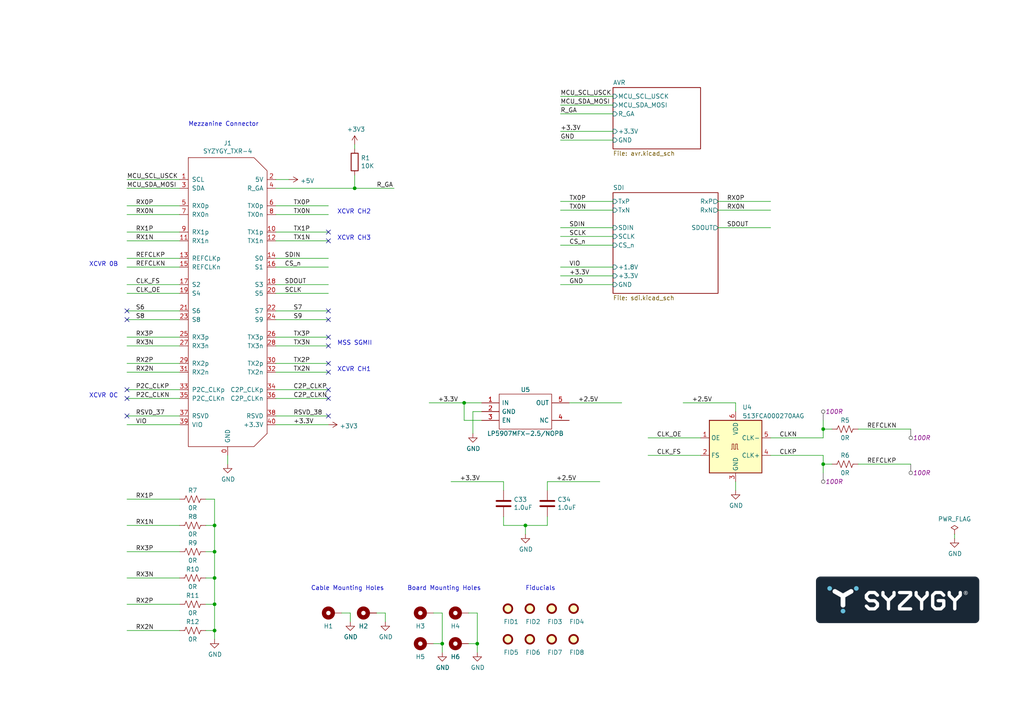
<source format=kicad_sch>
(kicad_sch (version 20230121) (generator eeschema)

  (uuid eea789ae-9771-4cf9-a220-ca54a61ce6f6)

  (paper "A4")

  (title_block
    (title "SZG-TEMPLATE-FIRE")
    (date "2021-04-01")
    (rev "A")
    (company "Opal Kelly Incorporated")
  )

  (lib_symbols
    (symbol "Device:C" (pin_numbers hide) (pin_names (offset 0.254)) (in_bom yes) (on_board yes)
      (property "Reference" "C" (at 0.635 2.54 0)
        (effects (font (size 1.27 1.27)) (justify left))
      )
      (property "Value" "C" (at 0.635 -2.54 0)
        (effects (font (size 1.27 1.27)) (justify left))
      )
      (property "Footprint" "" (at 0.9652 -3.81 0)
        (effects (font (size 1.27 1.27)) hide)
      )
      (property "Datasheet" "~" (at 0 0 0)
        (effects (font (size 1.27 1.27)) hide)
      )
      (property "ki_keywords" "cap capacitor" (at 0 0 0)
        (effects (font (size 1.27 1.27)) hide)
      )
      (property "ki_description" "Unpolarized capacitor" (at 0 0 0)
        (effects (font (size 1.27 1.27)) hide)
      )
      (property "ki_fp_filters" "C_*" (at 0 0 0)
        (effects (font (size 1.27 1.27)) hide)
      )
      (symbol "C_0_1"
        (polyline
          (pts
            (xy -2.032 -0.762)
            (xy 2.032 -0.762)
          )
          (stroke (width 0.508) (type default))
          (fill (type none))
        )
        (polyline
          (pts
            (xy -2.032 0.762)
            (xy 2.032 0.762)
          )
          (stroke (width 0.508) (type default))
          (fill (type none))
        )
      )
      (symbol "C_1_1"
        (pin passive line (at 0 3.81 270) (length 2.794)
          (name "~" (effects (font (size 1.27 1.27))))
          (number "1" (effects (font (size 1.27 1.27))))
        )
        (pin passive line (at 0 -3.81 90) (length 2.794)
          (name "~" (effects (font (size 1.27 1.27))))
          (number "2" (effects (font (size 1.27 1.27))))
        )
      )
    )
    (symbol "Device:R" (pin_numbers hide) (pin_names (offset 0)) (in_bom yes) (on_board yes)
      (property "Reference" "R" (at 2.032 0 90)
        (effects (font (size 1.27 1.27)))
      )
      (property "Value" "R" (at 0 0 90)
        (effects (font (size 1.27 1.27)))
      )
      (property "Footprint" "" (at -1.778 0 90)
        (effects (font (size 1.27 1.27)) hide)
      )
      (property "Datasheet" "~" (at 0 0 0)
        (effects (font (size 1.27 1.27)) hide)
      )
      (property "ki_keywords" "R res resistor" (at 0 0 0)
        (effects (font (size 1.27 1.27)) hide)
      )
      (property "ki_description" "Resistor" (at 0 0 0)
        (effects (font (size 1.27 1.27)) hide)
      )
      (property "ki_fp_filters" "R_*" (at 0 0 0)
        (effects (font (size 1.27 1.27)) hide)
      )
      (symbol "R_0_1"
        (rectangle (start -1.016 -2.54) (end 1.016 2.54)
          (stroke (width 0.254) (type default))
          (fill (type none))
        )
      )
      (symbol "R_1_1"
        (pin passive line (at 0 3.81 270) (length 1.27)
          (name "~" (effects (font (size 1.27 1.27))))
          (number "1" (effects (font (size 1.27 1.27))))
        )
        (pin passive line (at 0 -3.81 90) (length 1.27)
          (name "~" (effects (font (size 1.27 1.27))))
          (number "2" (effects (font (size 1.27 1.27))))
        )
      )
    )
    (symbol "Device:R_US" (pin_numbers hide) (pin_names (offset 0)) (in_bom yes) (on_board yes)
      (property "Reference" "R" (at 2.54 0 90)
        (effects (font (size 1.27 1.27)))
      )
      (property "Value" "R_US" (at -2.54 0 90)
        (effects (font (size 1.27 1.27)))
      )
      (property "Footprint" "" (at 1.016 -0.254 90)
        (effects (font (size 1.27 1.27)) hide)
      )
      (property "Datasheet" "~" (at 0 0 0)
        (effects (font (size 1.27 1.27)) hide)
      )
      (property "ki_keywords" "R res resistor" (at 0 0 0)
        (effects (font (size 1.27 1.27)) hide)
      )
      (property "ki_description" "Resistor, US symbol" (at 0 0 0)
        (effects (font (size 1.27 1.27)) hide)
      )
      (property "ki_fp_filters" "R_*" (at 0 0 0)
        (effects (font (size 1.27 1.27)) hide)
      )
      (symbol "R_US_0_1"
        (polyline
          (pts
            (xy 0 -2.286)
            (xy 0 -2.54)
          )
          (stroke (width 0) (type default))
          (fill (type none))
        )
        (polyline
          (pts
            (xy 0 2.286)
            (xy 0 2.54)
          )
          (stroke (width 0) (type default))
          (fill (type none))
        )
        (polyline
          (pts
            (xy 0 -0.762)
            (xy 1.016 -1.143)
            (xy 0 -1.524)
            (xy -1.016 -1.905)
            (xy 0 -2.286)
          )
          (stroke (width 0) (type default))
          (fill (type none))
        )
        (polyline
          (pts
            (xy 0 0.762)
            (xy 1.016 0.381)
            (xy 0 0)
            (xy -1.016 -0.381)
            (xy 0 -0.762)
          )
          (stroke (width 0) (type default))
          (fill (type none))
        )
        (polyline
          (pts
            (xy 0 2.286)
            (xy 1.016 1.905)
            (xy 0 1.524)
            (xy -1.016 1.143)
            (xy 0 0.762)
          )
          (stroke (width 0) (type default))
          (fill (type none))
        )
      )
      (symbol "R_US_1_1"
        (pin passive line (at 0 3.81 270) (length 1.27)
          (name "~" (effects (font (size 1.27 1.27))))
          (number "1" (effects (font (size 1.27 1.27))))
        )
        (pin passive line (at 0 -3.81 90) (length 1.27)
          (name "~" (effects (font (size 1.27 1.27))))
          (number "2" (effects (font (size 1.27 1.27))))
        )
      )
    )
    (symbol "Mechanical:Fiducial" (in_bom yes) (on_board yes)
      (property "Reference" "FID" (at 0 5.08 0)
        (effects (font (size 1.27 1.27)))
      )
      (property "Value" "Fiducial" (at 0 3.175 0)
        (effects (font (size 1.27 1.27)))
      )
      (property "Footprint" "" (at 0 0 0)
        (effects (font (size 1.27 1.27)) hide)
      )
      (property "Datasheet" "~" (at 0 0 0)
        (effects (font (size 1.27 1.27)) hide)
      )
      (property "ki_keywords" "fiducial marker" (at 0 0 0)
        (effects (font (size 1.27 1.27)) hide)
      )
      (property "ki_description" "Fiducial Marker" (at 0 0 0)
        (effects (font (size 1.27 1.27)) hide)
      )
      (property "ki_fp_filters" "Fiducial*" (at 0 0 0)
        (effects (font (size 1.27 1.27)) hide)
      )
      (symbol "Fiducial_0_1"
        (circle (center 0 0) (radius 1.27)
          (stroke (width 0.508) (type default))
          (fill (type background))
        )
      )
    )
    (symbol "Mechanical:MountingHole_Pad" (pin_numbers hide) (pin_names (offset 1.016) hide) (in_bom yes) (on_board yes)
      (property "Reference" "H" (at 0 6.35 0)
        (effects (font (size 1.27 1.27)))
      )
      (property "Value" "MountingHole_Pad" (at 0 4.445 0)
        (effects (font (size 1.27 1.27)))
      )
      (property "Footprint" "" (at 0 0 0)
        (effects (font (size 1.27 1.27)) hide)
      )
      (property "Datasheet" "~" (at 0 0 0)
        (effects (font (size 1.27 1.27)) hide)
      )
      (property "ki_keywords" "mounting hole" (at 0 0 0)
        (effects (font (size 1.27 1.27)) hide)
      )
      (property "ki_description" "Mounting Hole with connection" (at 0 0 0)
        (effects (font (size 1.27 1.27)) hide)
      )
      (property "ki_fp_filters" "MountingHole*Pad*" (at 0 0 0)
        (effects (font (size 1.27 1.27)) hide)
      )
      (symbol "MountingHole_Pad_0_1"
        (circle (center 0 1.27) (radius 1.27)
          (stroke (width 1.27) (type default))
          (fill (type none))
        )
      )
      (symbol "MountingHole_Pad_1_1"
        (pin input line (at 0 -2.54 90) (length 2.54)
          (name "1" (effects (font (size 1.27 1.27))))
          (number "1" (effects (font (size 1.27 1.27))))
        )
      )
    )
    (symbol "NewTek:LP5907MFX" (pin_names (offset 0.762)) (in_bom yes) (on_board yes)
      (property "Reference" "U" (at 12.7 3.81 0)
        (effects (font (size 1.27 1.27)))
      )
      (property "Value" "LP5907MFX" (at 12.7 -8.89 0)
        (effects (font (size 1.27 1.27)))
      )
      (property "Footprint" "SOT95P280X145-5N" (at 21.59 2.54 0)
        (effects (font (size 1.27 1.27)) (justify left) hide)
      )
      (property "Datasheet" "" (at 21.59 0 0)
        (effects (font (size 1.27 1.27)) (justify left) hide)
      )
      (property "Description" "" (at 21.59 -2.54 0)
        (effects (font (size 1.27 1.27)) (justify left) hide)
      )
      (property "Height" "1.45" (at 21.59 -5.08 0)
        (effects (font (size 1.27 1.27)) (justify left) hide)
      )
      (property "Mouser Part Number" "" (at 21.59 -7.62 0)
        (effects (font (size 1.27 1.27)) (justify left) hide)
      )
      (property "Mouser Price/Stock" "" (at 21.59 -10.16 0)
        (effects (font (size 1.27 1.27)) (justify left) hide)
      )
      (property "Manufacturer_Name" "Texas Instruments" (at 21.59 -12.7 0)
        (effects (font (size 1.27 1.27)) (justify left) hide)
      )
      (property "Manufacturer_Part_Number" "LP5907MFX" (at 21.59 -15.24 0)
        (effects (font (size 1.27 1.27)) (justify left) hide)
      )
      (property "ki_description" "TPS73018DBVTG4, Low Dropout Voltage Regulator, 0.2A, 1.8V +/-2%, 2.7 to 5.5Vin, 0.56W, 5-Pin SOT-23" (at 0 0 0)
        (effects (font (size 1.27 1.27)) hide)
      )
      (symbol "LP5907MFX_0_0"
        (pin input line (at 0 0 0) (length 5.08)
          (name "IN" (effects (font (size 1.27 1.27))))
          (number "1" (effects (font (size 1.27 1.27))))
        )
        (pin power_in line (at 0 -2.54 0) (length 5.08)
          (name "GND" (effects (font (size 1.27 1.27))))
          (number "2" (effects (font (size 1.27 1.27))))
        )
        (pin passive line (at 0 -5.08 0) (length 5.08)
          (name "EN" (effects (font (size 1.27 1.27))))
          (number "3" (effects (font (size 1.27 1.27))))
        )
        (pin output line (at 25.4 0 180) (length 5.08)
          (name "OUT" (effects (font (size 1.27 1.27))))
          (number "5" (effects (font (size 1.27 1.27))))
        )
      )
      (symbol "LP5907MFX_0_1"
        (polyline
          (pts
            (xy 5.08 2.54)
            (xy 20.32 2.54)
            (xy 20.32 -7.62)
            (xy 5.08 -7.62)
            (xy 5.08 2.54)
          )
          (stroke (width 0.1524) (type default))
          (fill (type none))
        )
      )
      (symbol "LP5907MFX_1_0"
        (pin passive line (at 25.4 -5.08 180) (length 5.08)
          (name "NC" (effects (font (size 1.27 1.27))))
          (number "4" (effects (font (size 1.27 1.27))))
        )
      )
    )
    (symbol "SYZYGY:SYZYGY_TXR-4" (pin_names (offset 1.016)) (in_bom yes) (on_board yes)
      (property "Reference" "J" (at -10.16 45.72 0)
        (effects (font (size 1.27 1.27)) (justify left))
      )
      (property "Value" "SYZYGY_TXR-4" (at -10.16 43.18 0)
        (effects (font (size 1.27 1.27)) (justify left))
      )
      (property "Footprint" "SYZYGY:QTH-020-01-F-D-DP-A" (at 0 3.81 0)
        (effects (font (size 1.27 1.27)) hide)
      )
      (property "Datasheet" "https://suddendocs.samtec.com/productspecs/qsh-qth.pdf" (at 0 3.81 0)
        (effects (font (size 1.27 1.27)) hide)
      )
      (property "Manufacturer" "Samtec" (at 0 3.81 0)
        (effects (font (size 1.27 1.27)) hide)
      )
      (property "Manufacturer_PN" "QTH-020-01-F-D-DP-A" (at 0 3.81 0)
        (effects (font (size 1.27 1.27)) hide)
      )
      (property "ki_description" "0.50 mm Q Pairs® High-Speed Ground Plane Terminal Strip, Differential Pair" (at 0 0 0)
        (effects (font (size 1.27 1.27)) hide)
      )
      (symbol "SYZYGY_TXR-4_0_1"
        (polyline
          (pts
            (xy -11.43 41.91)
            (xy -11.43 16.51)
          )
          (stroke (width 0) (type default))
          (fill (type none))
        )
        (polyline
          (pts
            (xy 11.43 -38.1)
            (xy 11.43 -12.7)
          )
          (stroke (width 0) (type default))
          (fill (type none))
        )
        (polyline
          (pts
            (xy -11.43 16.51)
            (xy -11.43 -41.91)
            (xy 7.62 -41.91)
            (xy 11.43 -38.1)
          )
          (stroke (width 0) (type default))
          (fill (type none))
        )
        (polyline
          (pts
            (xy 11.43 -12.7)
            (xy 11.43 38.1)
            (xy 7.62 41.91)
            (xy -11.43 41.91)
          )
          (stroke (width 0) (type default))
          (fill (type none))
        )
      )
      (symbol "SYZYGY_TXR-4_1_1"
        (pin passive line (at 0 -44.45 90) (length 2.54)
          (name "GND" (effects (font (size 1.27 1.27))))
          (number "0" (effects (font (size 1.27 1.27))))
        )
        (pin passive line (at -13.97 35.56 0) (length 2.54)
          (name "SCL" (effects (font (size 1.27 1.27))))
          (number "1" (effects (font (size 1.27 1.27))))
        )
        (pin passive line (at 13.97 20.32 180) (length 2.54)
          (name "TX1p" (effects (font (size 1.27 1.27))))
          (number "10" (effects (font (size 1.27 1.27))))
        )
        (pin passive line (at -13.97 17.78 0) (length 2.54)
          (name "RX1n" (effects (font (size 1.27 1.27))))
          (number "11" (effects (font (size 1.27 1.27))))
        )
        (pin passive line (at 13.97 17.78 180) (length 2.54)
          (name "TX1n" (effects (font (size 1.27 1.27))))
          (number "12" (effects (font (size 1.27 1.27))))
        )
        (pin passive line (at -13.97 12.7 0) (length 2.54)
          (name "REFCLKp" (effects (font (size 1.27 1.27))))
          (number "13" (effects (font (size 1.27 1.27))))
        )
        (pin passive line (at 13.97 12.7 180) (length 2.54)
          (name "S0" (effects (font (size 1.27 1.27))))
          (number "14" (effects (font (size 1.27 1.27))))
        )
        (pin passive line (at -13.97 10.16 0) (length 2.54)
          (name "REFCLKn" (effects (font (size 1.27 1.27))))
          (number "15" (effects (font (size 1.27 1.27))))
        )
        (pin passive line (at 13.97 10.16 180) (length 2.54)
          (name "S1" (effects (font (size 1.27 1.27))))
          (number "16" (effects (font (size 1.27 1.27))))
        )
        (pin passive line (at -13.97 5.08 0) (length 2.54)
          (name "S2" (effects (font (size 1.27 1.27))))
          (number "17" (effects (font (size 1.27 1.27))))
        )
        (pin passive line (at 13.97 5.08 180) (length 2.54)
          (name "S3" (effects (font (size 1.27 1.27))))
          (number "18" (effects (font (size 1.27 1.27))))
        )
        (pin passive line (at -13.97 2.54 0) (length 2.54)
          (name "S4" (effects (font (size 1.27 1.27))))
          (number "19" (effects (font (size 1.27 1.27))))
        )
        (pin power_out line (at 13.97 35.56 180) (length 2.54)
          (name "5V" (effects (font (size 1.27 1.27))))
          (number "2" (effects (font (size 1.27 1.27))))
        )
        (pin passive line (at 13.97 2.54 180) (length 2.54)
          (name "S5" (effects (font (size 1.27 1.27))))
          (number "20" (effects (font (size 1.27 1.27))))
        )
        (pin passive line (at -13.97 -2.54 0) (length 2.54)
          (name "S6" (effects (font (size 1.27 1.27))))
          (number "21" (effects (font (size 1.27 1.27))))
        )
        (pin passive line (at 13.97 -2.54 180) (length 2.54)
          (name "S7" (effects (font (size 1.27 1.27))))
          (number "22" (effects (font (size 1.27 1.27))))
        )
        (pin passive line (at -13.97 -5.08 0) (length 2.54)
          (name "S8" (effects (font (size 1.27 1.27))))
          (number "23" (effects (font (size 1.27 1.27))))
        )
        (pin passive line (at 13.97 -5.08 180) (length 2.54)
          (name "S9" (effects (font (size 1.27 1.27))))
          (number "24" (effects (font (size 1.27 1.27))))
        )
        (pin passive line (at -13.97 -10.16 0) (length 2.54)
          (name "RX3p" (effects (font (size 1.27 1.27))))
          (number "25" (effects (font (size 1.27 1.27))))
        )
        (pin passive line (at 13.97 -10.16 180) (length 2.54)
          (name "TX3p" (effects (font (size 1.27 1.27))))
          (number "26" (effects (font (size 1.27 1.27))))
        )
        (pin passive line (at -13.97 -12.7 0) (length 2.54)
          (name "RX3n" (effects (font (size 1.27 1.27))))
          (number "27" (effects (font (size 1.27 1.27))))
        )
        (pin passive line (at 13.97 -12.7 180) (length 2.54)
          (name "TX3n" (effects (font (size 1.27 1.27))))
          (number "28" (effects (font (size 1.27 1.27))))
        )
        (pin passive line (at -13.97 -17.78 0) (length 2.54)
          (name "RX2p" (effects (font (size 1.27 1.27))))
          (number "29" (effects (font (size 1.27 1.27))))
        )
        (pin passive line (at -13.97 33.02 0) (length 2.54)
          (name "SDA" (effects (font (size 1.27 1.27))))
          (number "3" (effects (font (size 1.27 1.27))))
        )
        (pin passive line (at 13.97 -17.78 180) (length 2.54)
          (name "TX2p" (effects (font (size 1.27 1.27))))
          (number "30" (effects (font (size 1.27 1.27))))
        )
        (pin passive line (at -13.97 -20.32 0) (length 2.54)
          (name "RX2n" (effects (font (size 1.27 1.27))))
          (number "31" (effects (font (size 1.27 1.27))))
        )
        (pin passive line (at 13.97 -20.32 180) (length 2.54)
          (name "TX2n" (effects (font (size 1.27 1.27))))
          (number "32" (effects (font (size 1.27 1.27))))
        )
        (pin passive line (at -13.97 -25.4 0) (length 2.54)
          (name "P2C_CLKp" (effects (font (size 1.27 1.27))))
          (number "33" (effects (font (size 1.27 1.27))))
        )
        (pin passive line (at 13.97 -25.4 180) (length 2.54)
          (name "C2P_CLKp" (effects (font (size 1.27 1.27))))
          (number "34" (effects (font (size 1.27 1.27))))
        )
        (pin passive line (at -13.97 -27.94 0) (length 2.54)
          (name "P2C_CLKn" (effects (font (size 1.27 1.27))))
          (number "35" (effects (font (size 1.27 1.27))))
        )
        (pin passive line (at 13.97 -27.94 180) (length 2.54)
          (name "C2P_CLKn" (effects (font (size 1.27 1.27))))
          (number "36" (effects (font (size 1.27 1.27))))
        )
        (pin passive line (at -13.97 -33.02 0) (length 2.54)
          (name "RSVD" (effects (font (size 1.27 1.27))))
          (number "37" (effects (font (size 1.27 1.27))))
        )
        (pin passive line (at 13.97 -33.02 180) (length 2.54)
          (name "RSVD" (effects (font (size 1.27 1.27))))
          (number "38" (effects (font (size 1.27 1.27))))
        )
        (pin power_out line (at -13.97 -35.56 0) (length 2.54)
          (name "VIO" (effects (font (size 1.27 1.27))))
          (number "39" (effects (font (size 1.27 1.27))))
        )
        (pin passive line (at 13.97 33.02 180) (length 2.54)
          (name "R_GA" (effects (font (size 1.27 1.27))))
          (number "4" (effects (font (size 1.27 1.27))))
        )
        (pin power_out line (at 13.97 -35.56 180) (length 2.54)
          (name "+3.3V" (effects (font (size 1.27 1.27))))
          (number "40" (effects (font (size 1.27 1.27))))
        )
        (pin passive line (at -13.97 27.94 0) (length 2.54)
          (name "RX0p" (effects (font (size 1.27 1.27))))
          (number "5" (effects (font (size 1.27 1.27))))
        )
        (pin passive line (at 13.97 27.94 180) (length 2.54)
          (name "TX0p" (effects (font (size 1.27 1.27))))
          (number "6" (effects (font (size 1.27 1.27))))
        )
        (pin passive line (at -13.97 25.4 0) (length 2.54)
          (name "RX0n" (effects (font (size 1.27 1.27))))
          (number "7" (effects (font (size 1.27 1.27))))
        )
        (pin passive line (at 13.97 25.4 180) (length 2.54)
          (name "TX0n" (effects (font (size 1.27 1.27))))
          (number "8" (effects (font (size 1.27 1.27))))
        )
        (pin passive line (at -13.97 20.32 0) (length 2.54)
          (name "RX1p" (effects (font (size 1.27 1.27))))
          (number "9" (effects (font (size 1.27 1.27))))
        )
      )
    )
    (symbol "SZG-SDI-12G-Fire:Si513F" (in_bom yes) (on_board yes)
      (property "Reference" "U" (at -6.35 8.89 0)
        (effects (font (size 1.27 1.27)) (justify left))
      )
      (property "Value" "Si513F" (at 2.54 -8.89 0)
        (effects (font (size 1.27 1.27)) (justify left))
      )
      (property "Footprint" "Oscillator:Oscillator_SMD_Silicon_Labs_LGA-6_2.5x3.2mm_P1.25mm" (at 0 -11.43 0)
        (effects (font (size 1.27 1.27)) hide)
      )
      (property "Datasheet" "https://www.silabs.com/documents/public/data-sheets/si512-13.pdf" (at -2.54 0 0)
        (effects (font (size 1.27 1.27)) hide)
      )
      (property "ki_keywords" "Dual frequency crystal oscillator" (at 0 0 0)
        (effects (font (size 1.27 1.27)) hide)
      )
      (property "ki_description" "Dual frequency crystal oscillator (XO) 100 kHz to 250 MHz, Single-ended CMOS output" (at 0 0 0)
        (effects (font (size 1.27 1.27)) hide)
      )
      (property "ki_fp_filters" "Oscillator*SMD*Silicon*Labs*LGA*2.5x3.2mm*P1.25mm*" (at 0 0 0)
        (effects (font (size 1.27 1.27)) hide)
      )
      (symbol "Si513F_0_1"
        (rectangle (start -7.62 7.62) (end 7.62 -7.62)
          (stroke (width 0.254) (type default))
          (fill (type background))
        )
        (polyline
          (pts
            (xy -1.27 -0.762)
            (xy -1.016 -0.762)
            (xy -1.016 0.762)
            (xy -0.508 0.762)
            (xy -0.508 -0.762)
            (xy 0 -0.762)
            (xy 0 0.762)
            (xy 0.508 0.762)
            (xy 0.508 -0.762)
            (xy 0.762 -0.762)
          )
          (stroke (width 0) (type default))
          (fill (type none))
        )
      )
      (symbol "Si513F_1_1"
        (pin input line (at -10.16 2.54 0) (length 2.54)
          (name "OE" (effects (font (size 1.27 1.27))))
          (number "1" (effects (font (size 1.27 1.27))))
        )
        (pin input line (at -10.16 -2.54 0) (length 2.54)
          (name "FS" (effects (font (size 1.27 1.27))))
          (number "2" (effects (font (size 1.27 1.27))))
        )
        (pin power_in line (at 0 -10.16 90) (length 2.54)
          (name "GND" (effects (font (size 1.27 1.27))))
          (number "3" (effects (font (size 1.27 1.27))))
        )
        (pin output line (at 10.16 -2.54 180) (length 2.54)
          (name "CLK+" (effects (font (size 1.27 1.27))))
          (number "4" (effects (font (size 1.27 1.27))))
        )
        (pin output line (at 10.16 2.54 180) (length 2.54)
          (name "CLK-" (effects (font (size 1.27 1.27))))
          (number "5" (effects (font (size 1.27 1.27))))
        )
        (pin power_in line (at 0 10.16 270) (length 2.54)
          (name "VDD" (effects (font (size 1.27 1.27))))
          (number "6" (effects (font (size 1.27 1.27))))
        )
      )
    )
    (symbol "SZG-TEMPLATE-TXR-rescue:+3.3V-power" (power) (pin_names (offset 0)) (in_bom yes) (on_board yes)
      (property "Reference" "#PWR" (at 0 -3.81 0)
        (effects (font (size 1.27 1.27)) hide)
      )
      (property "Value" "+3.3V-power" (at 0 3.556 0)
        (effects (font (size 1.27 1.27)))
      )
      (property "Footprint" "" (at 0 0 0)
        (effects (font (size 1.27 1.27)) hide)
      )
      (property "Datasheet" "" (at 0 0 0)
        (effects (font (size 1.27 1.27)) hide)
      )
      (symbol "+3.3V-power_0_1"
        (polyline
          (pts
            (xy -0.762 1.27)
            (xy 0 2.54)
          )
          (stroke (width 0) (type default))
          (fill (type none))
        )
        (polyline
          (pts
            (xy 0 0)
            (xy 0 2.54)
          )
          (stroke (width 0) (type default))
          (fill (type none))
        )
        (polyline
          (pts
            (xy 0 2.54)
            (xy 0.762 1.27)
          )
          (stroke (width 0) (type default))
          (fill (type none))
        )
      )
      (symbol "+3.3V-power_1_1"
        (pin power_in line (at 0 0 90) (length 0) hide
          (name "+3V3" (effects (font (size 1.27 1.27))))
          (number "1" (effects (font (size 1.27 1.27))))
        )
      )
    )
    (symbol "SZG-TEMPLATE-TXR:+3.3V-power" (power) (pin_names (offset 0)) (in_bom yes) (on_board yes)
      (property "Reference" "#PWR" (at 0 -3.81 0)
        (effects (font (size 1.27 1.27)) hide)
      )
      (property "Value" "+3.3V-power" (at 0 3.556 0)
        (effects (font (size 1.27 1.27)))
      )
      (property "Footprint" "" (at 0 0 0)
        (effects (font (size 1.27 1.27)) hide)
      )
      (property "Datasheet" "" (at 0 0 0)
        (effects (font (size 1.27 1.27)) hide)
      )
      (symbol "+3.3V-power_0_1"
        (polyline
          (pts
            (xy -0.762 1.27)
            (xy 0 2.54)
          )
          (stroke (width 0) (type default))
          (fill (type none))
        )
        (polyline
          (pts
            (xy 0 0)
            (xy 0 2.54)
          )
          (stroke (width 0) (type default))
          (fill (type none))
        )
        (polyline
          (pts
            (xy 0 2.54)
            (xy 0.762 1.27)
          )
          (stroke (width 0) (type default))
          (fill (type none))
        )
      )
      (symbol "+3.3V-power_1_1"
        (pin power_in line (at 0 0 90) (length 0) hide
          (name "+3V3" (effects (font (size 1.27 1.27))))
          (number "1" (effects (font (size 1.27 1.27))))
        )
      )
    )
    (symbol "power:+5V" (power) (pin_names (offset 0)) (in_bom yes) (on_board yes)
      (property "Reference" "#PWR" (at 0 -3.81 0)
        (effects (font (size 1.27 1.27)) hide)
      )
      (property "Value" "+5V" (at 0 3.556 0)
        (effects (font (size 1.27 1.27)))
      )
      (property "Footprint" "" (at 0 0 0)
        (effects (font (size 1.27 1.27)) hide)
      )
      (property "Datasheet" "" (at 0 0 0)
        (effects (font (size 1.27 1.27)) hide)
      )
      (property "ki_keywords" "power-flag" (at 0 0 0)
        (effects (font (size 1.27 1.27)) hide)
      )
      (property "ki_description" "Power symbol creates a global label with name \"+5V\"" (at 0 0 0)
        (effects (font (size 1.27 1.27)) hide)
      )
      (symbol "+5V_0_1"
        (polyline
          (pts
            (xy -0.762 1.27)
            (xy 0 2.54)
          )
          (stroke (width 0) (type default))
          (fill (type none))
        )
        (polyline
          (pts
            (xy 0 0)
            (xy 0 2.54)
          )
          (stroke (width 0) (type default))
          (fill (type none))
        )
        (polyline
          (pts
            (xy 0 2.54)
            (xy 0.762 1.27)
          )
          (stroke (width 0) (type default))
          (fill (type none))
        )
      )
      (symbol "+5V_1_1"
        (pin power_in line (at 0 0 90) (length 0) hide
          (name "+5V" (effects (font (size 1.27 1.27))))
          (number "1" (effects (font (size 1.27 1.27))))
        )
      )
    )
    (symbol "power:GND" (power) (pin_names (offset 0)) (in_bom yes) (on_board yes)
      (property "Reference" "#PWR" (at 0 -6.35 0)
        (effects (font (size 1.27 1.27)) hide)
      )
      (property "Value" "GND" (at 0 -3.81 0)
        (effects (font (size 1.27 1.27)))
      )
      (property "Footprint" "" (at 0 0 0)
        (effects (font (size 1.27 1.27)) hide)
      )
      (property "Datasheet" "" (at 0 0 0)
        (effects (font (size 1.27 1.27)) hide)
      )
      (property "ki_keywords" "power-flag" (at 0 0 0)
        (effects (font (size 1.27 1.27)) hide)
      )
      (property "ki_description" "Power symbol creates a global label with name \"GND\" , ground" (at 0 0 0)
        (effects (font (size 1.27 1.27)) hide)
      )
      (symbol "GND_0_1"
        (polyline
          (pts
            (xy 0 0)
            (xy 0 -1.27)
            (xy 1.27 -1.27)
            (xy 0 -2.54)
            (xy -1.27 -1.27)
            (xy 0 -1.27)
          )
          (stroke (width 0) (type default))
          (fill (type none))
        )
      )
      (symbol "GND_1_1"
        (pin power_in line (at 0 0 270) (length 0) hide
          (name "GND" (effects (font (size 1.27 1.27))))
          (number "1" (effects (font (size 1.27 1.27))))
        )
      )
    )
    (symbol "power:PWR_FLAG" (power) (pin_numbers hide) (pin_names (offset 0) hide) (in_bom yes) (on_board yes)
      (property "Reference" "#FLG" (at 0 1.905 0)
        (effects (font (size 1.27 1.27)) hide)
      )
      (property "Value" "PWR_FLAG" (at 0 3.81 0)
        (effects (font (size 1.27 1.27)))
      )
      (property "Footprint" "" (at 0 0 0)
        (effects (font (size 1.27 1.27)) hide)
      )
      (property "Datasheet" "~" (at 0 0 0)
        (effects (font (size 1.27 1.27)) hide)
      )
      (property "ki_keywords" "power-flag" (at 0 0 0)
        (effects (font (size 1.27 1.27)) hide)
      )
      (property "ki_description" "Special symbol for telling ERC where power comes from" (at 0 0 0)
        (effects (font (size 1.27 1.27)) hide)
      )
      (symbol "PWR_FLAG_0_0"
        (pin power_out line (at 0 0 90) (length 0)
          (name "pwr" (effects (font (size 1.27 1.27))))
          (number "1" (effects (font (size 1.27 1.27))))
        )
      )
      (symbol "PWR_FLAG_0_1"
        (polyline
          (pts
            (xy 0 0)
            (xy 0 1.27)
            (xy -1.016 1.905)
            (xy 0 2.54)
            (xy 1.016 1.905)
            (xy 0 1.27)
          )
          (stroke (width 0) (type default))
          (fill (type none))
        )
      )
    )
  )

  (junction (at 238.76 134.62) (diameter 0) (color 0 0 0 0)
    (uuid 230a15ac-ce77-4411-8c1b-7de14903529a)
  )
  (junction (at 62.23 160.02) (diameter 0) (color 0 0 0 0)
    (uuid 3c1f0788-4c47-4dda-be9d-445e44a273cf)
  )
  (junction (at 62.23 167.64) (diameter 0) (color 0 0 0 0)
    (uuid 69e92f14-98f0-44b1-977f-f42873d1e9f2)
  )
  (junction (at 152.4 152.4) (diameter 0) (color 0 0 0 0)
    (uuid 777863c4-beb9-4cb9-aeb7-81648e84d7a5)
  )
  (junction (at 62.23 182.88) (diameter 0) (color 0 0 0 0)
    (uuid 822aba5f-7f72-4c19-bdd8-523bffb55ece)
  )
  (junction (at 62.23 152.4) (diameter 0) (color 0 0 0 0)
    (uuid 89960cd5-9aea-42bd-ab54-36886a5086b1)
  )
  (junction (at 238.76 124.46) (diameter 0) (color 0 0 0 0)
    (uuid 9d799b7c-d0a1-45e1-b32f-06f9b79f7211)
  )
  (junction (at 138.43 186.69) (diameter 0) (color 0 0 0 0)
    (uuid b0ccfdd4-6979-4ccc-bfa3-cff55579e0e1)
  )
  (junction (at 134.62 116.84) (diameter 0) (color 0 0 0 0)
    (uuid dacbd5e3-e395-442f-a731-50f96814fa5b)
  )
  (junction (at 128.27 186.69) (diameter 0) (color 0 0 0 0)
    (uuid e0b2c729-81b3-47f9-913c-6f8b2f403426)
  )
  (junction (at 102.87 54.61) (diameter 0) (color 0 0 0 0)
    (uuid f811e251-e7dd-48b6-aaad-3cc183e6464b)
  )
  (junction (at 62.23 175.26) (diameter 0) (color 0 0 0 0)
    (uuid fc062b76-2cc5-4235-8684-c978bd605c77)
  )

  (no_connect (at 36.83 115.57) (uuid 201e642d-c84a-472f-a5c5-9cfc11457a77))
  (no_connect (at 95.25 115.57) (uuid 24e3cfc2-33fd-4216-9eff-cb8054780151))
  (no_connect (at 95.25 92.71) (uuid 29599e78-ecb2-42ce-94b4-46a45d3fbbf0))
  (no_connect (at 36.83 120.65) (uuid 3318a507-1b68-4510-9eaa-02798b80ef2a))
  (no_connect (at 95.25 120.65) (uuid 40f32227-9f1e-40a3-a63c-00c7bae8f867))
  (no_connect (at 95.25 107.95) (uuid 4dc390ce-035d-4de8-b850-57bb25073279))
  (no_connect (at 95.25 105.41) (uuid 54f8bdb6-dd2b-47a7-bc04-c48ac81ff911))
  (no_connect (at 95.25 67.31) (uuid 6ae63a60-3d2c-475b-95ef-50f71bac1af7))
  (no_connect (at 95.25 113.03) (uuid 79cf7f7e-6599-4045-a182-704f00d75800))
  (no_connect (at 36.83 90.17) (uuid 7d7b2fc5-34c0-4bd2-8f9f-a368ec471a29))
  (no_connect (at 36.83 113.03) (uuid 81fb98d4-a43f-4767-83df-63ea6a6a133e))
  (no_connect (at 36.83 92.71) (uuid b056dbb3-6441-4ef0-8c3b-eb3a8b429ac2))
  (no_connect (at 95.25 97.79) (uuid e9f69e34-cf11-4e1b-aa51-62d247a5a9dd))
  (no_connect (at 95.25 90.17) (uuid eed92831-21bd-4730-aa85-8c48fae0a403))
  (no_connect (at 95.25 100.33) (uuid f8dab7c9-b997-4acc-a7c6-faca1dbc0654))
  (no_connect (at 95.25 69.85) (uuid fb8a5e39-cc0b-4a7c-b796-7a2f8ec9c580))

  (wire (pts (xy 36.83 67.31) (xy 52.07 67.31))
    (stroke (width 0) (type default))
    (uuid 004861bb-16d0-4488-9cac-cdd012a56b5a)
  )
  (wire (pts (xy 36.83 182.88) (xy 52.07 182.88))
    (stroke (width 0) (type default))
    (uuid 03297c67-7e64-44b8-96d8-a36dfae1b78f)
  )
  (wire (pts (xy 124.46 116.84) (xy 134.62 116.84))
    (stroke (width 0) (type default))
    (uuid 044c7cbe-59a7-4d8b-97bb-925448d79b99)
  )
  (wire (pts (xy 101.6 177.8) (xy 101.6 180.34))
    (stroke (width 0) (type default))
    (uuid 076c5c53-7737-442c-bcdf-081f5903f9c3)
  )
  (wire (pts (xy 146.05 139.7) (xy 146.05 142.24))
    (stroke (width 0) (type default))
    (uuid 0807ff25-0279-465f-9465-5c3464e3a1b1)
  )
  (wire (pts (xy 138.43 177.8) (xy 138.43 186.69))
    (stroke (width 0) (type default))
    (uuid 084db378-5563-41f3-90b4-ca5d4d0b6f34)
  )
  (wire (pts (xy 223.52 127) (xy 238.76 127))
    (stroke (width 0) (type default))
    (uuid 0870f644-bde0-48a5-8003-8ffae47c19e2)
  )
  (wire (pts (xy 165.1 116.84) (xy 180.34 116.84))
    (stroke (width 0) (type default))
    (uuid 0d4fcc3a-ba1d-4f4c-9d98-e1a75e510050)
  )
  (wire (pts (xy 223.52 132.08) (xy 238.76 132.08))
    (stroke (width 0) (type default))
    (uuid 15ac6bd9-ae08-4172-9619-f088b0d830a4)
  )
  (wire (pts (xy 80.01 69.85) (xy 95.25 69.85))
    (stroke (width 0) (type default))
    (uuid 15f675aa-0ecc-4cd7-b498-1889779c17f5)
  )
  (wire (pts (xy 248.92 124.46) (xy 264.16 124.46))
    (stroke (width 0) (type default))
    (uuid 16a8f56b-3703-4f42-a8b4-a19072e562aa)
  )
  (wire (pts (xy 162.56 30.48) (xy 177.8 30.48))
    (stroke (width 0) (type default))
    (uuid 1926c143-2313-406a-bc7c-02189f57ba02)
  )
  (wire (pts (xy 80.01 90.17) (xy 95.25 90.17))
    (stroke (width 0) (type default))
    (uuid 1c3f02eb-4016-4146-b2e2-fafba0a43487)
  )
  (wire (pts (xy 36.83 152.4) (xy 52.07 152.4))
    (stroke (width 0) (type default))
    (uuid 1d8b32c7-407e-461c-b232-4b0bb3c446c8)
  )
  (wire (pts (xy 36.83 92.71) (xy 52.07 92.71))
    (stroke (width 0) (type default))
    (uuid 1eac873d-cace-4d9b-977d-49a967b6338f)
  )
  (wire (pts (xy 238.76 121.92) (xy 238.76 124.46))
    (stroke (width 0) (type default))
    (uuid 20bcfbb4-1c14-4b9f-bf86-f474130a2b8d)
  )
  (wire (pts (xy 62.23 167.64) (xy 62.23 175.26))
    (stroke (width 0) (type default))
    (uuid 2256cd4a-1f3d-4202-b8c0-78f2e631f588)
  )
  (wire (pts (xy 36.83 167.64) (xy 52.07 167.64))
    (stroke (width 0) (type default))
    (uuid 240d0450-1f59-4035-9e94-e9d960c32027)
  )
  (wire (pts (xy 36.83 74.93) (xy 52.07 74.93))
    (stroke (width 0) (type default))
    (uuid 26167db6-2b6a-4a05-b17f-c618222a40a8)
  )
  (wire (pts (xy 187.96 127) (xy 203.2 127))
    (stroke (width 0) (type default))
    (uuid 2a39d5bd-bc63-4860-8f8f-ee3052f6f8a5)
  )
  (wire (pts (xy 128.27 177.8) (xy 128.27 186.69))
    (stroke (width 0) (type default))
    (uuid 2accaa50-d53d-4e56-b8a9-f82ffc2632d4)
  )
  (wire (pts (xy 135.89 186.69) (xy 138.43 186.69))
    (stroke (width 0) (type default))
    (uuid 2bb2fce3-7b40-4467-b2fc-b6c509861c22)
  )
  (wire (pts (xy 36.83 100.33) (xy 52.07 100.33))
    (stroke (width 0) (type default))
    (uuid 2c7d50ec-f0ba-48fc-bd35-bfc6c82b8eab)
  )
  (wire (pts (xy 162.56 38.1) (xy 177.8 38.1))
    (stroke (width 0) (type default))
    (uuid 2cfcc4ff-9a26-41f2-ba8e-a54d69dcf159)
  )
  (wire (pts (xy 162.56 71.12) (xy 177.8 71.12))
    (stroke (width 0) (type default))
    (uuid 312586cb-65c5-41f4-b402-190ad726a50e)
  )
  (wire (pts (xy 36.83 52.07) (xy 52.07 52.07))
    (stroke (width 0) (type default))
    (uuid 33eadda7-d22e-4bdf-a093-bbf483e69215)
  )
  (wire (pts (xy 80.01 97.79) (xy 95.25 97.79))
    (stroke (width 0) (type default))
    (uuid 38e7baab-4147-4ebf-a1ae-2ac1f62bed97)
  )
  (wire (pts (xy 59.69 144.78) (xy 62.23 144.78))
    (stroke (width 0) (type default))
    (uuid 394f0eb6-a500-495d-8fe6-e1bd3fca32b5)
  )
  (wire (pts (xy 36.83 107.95) (xy 52.07 107.95))
    (stroke (width 0) (type default))
    (uuid 3b7b0390-1bca-4f8f-bbd1-46d91e47da9c)
  )
  (wire (pts (xy 36.83 113.03) (xy 52.07 113.03))
    (stroke (width 0) (type default))
    (uuid 3e0aeb06-17ea-414e-8cd9-8ace4aa39362)
  )
  (wire (pts (xy 162.56 58.42) (xy 177.8 58.42))
    (stroke (width 0) (type default))
    (uuid 468e7e1c-7273-411c-8615-265291bd34ae)
  )
  (wire (pts (xy 36.83 54.61) (xy 52.07 54.61))
    (stroke (width 0) (type default))
    (uuid 47769322-d519-4779-a3c9-4cf6b26283f7)
  )
  (wire (pts (xy 208.28 58.42) (xy 223.52 58.42))
    (stroke (width 0) (type default))
    (uuid 477eb697-c669-40f6-b856-5032f858cea6)
  )
  (wire (pts (xy 238.76 134.62) (xy 238.76 137.16))
    (stroke (width 0) (type default))
    (uuid 48d211d1-0a8e-4d64-bca5-30fb5da156fa)
  )
  (wire (pts (xy 36.83 144.78) (xy 52.07 144.78))
    (stroke (width 0) (type default))
    (uuid 49342286-1104-4137-8c8b-6c2a0f0d4833)
  )
  (wire (pts (xy 80.01 67.31) (xy 95.25 67.31))
    (stroke (width 0) (type default))
    (uuid 4f470191-6be0-4545-826f-1a9e4973ea02)
  )
  (wire (pts (xy 62.23 152.4) (xy 62.23 160.02))
    (stroke (width 0) (type default))
    (uuid 538d4178-2dd4-4b77-96d8-bd57c05ab54f)
  )
  (wire (pts (xy 59.69 160.02) (xy 62.23 160.02))
    (stroke (width 0) (type default))
    (uuid 53f876e7-ef33-477a-9541-db3262020cbd)
  )
  (wire (pts (xy 59.69 167.64) (xy 62.23 167.64))
    (stroke (width 0) (type default))
    (uuid 54b7a663-3057-4045-9300-5283014d7689)
  )
  (wire (pts (xy 276.86 156.21) (xy 276.86 154.94))
    (stroke (width 0) (type default))
    (uuid 56fc87cc-4d49-4326-8473-87289885c58b)
  )
  (wire (pts (xy 52.07 123.19) (xy 36.83 123.19))
    (stroke (width 0) (type default))
    (uuid 5e9112d3-019f-4e06-a073-f9fed19cbd54)
  )
  (wire (pts (xy 162.56 66.04) (xy 177.8 66.04))
    (stroke (width 0) (type default))
    (uuid 6026ae5d-9f2b-44c4-9dfb-c06fd076d3d1)
  )
  (wire (pts (xy 238.76 124.46) (xy 238.76 127))
    (stroke (width 0) (type default))
    (uuid 60ff6b8b-5562-43ae-a361-c89f7c0c01c4)
  )
  (wire (pts (xy 80.01 113.03) (xy 95.25 113.03))
    (stroke (width 0) (type default))
    (uuid 64703b61-7f1d-4903-8b74-64f06808626f)
  )
  (wire (pts (xy 109.22 177.8) (xy 111.76 177.8))
    (stroke (width 0) (type default))
    (uuid 64d068fd-5fb2-4adf-9b89-1e296574899b)
  )
  (wire (pts (xy 66.04 132.08) (xy 66.04 134.62))
    (stroke (width 0) (type default))
    (uuid 66e20c3f-88d1-45e6-b2ad-065009b581f8)
  )
  (wire (pts (xy 80.01 59.69) (xy 95.25 59.69))
    (stroke (width 0) (type default))
    (uuid 692f2456-497f-409b-9413-996c4cbaa49d)
  )
  (wire (pts (xy 59.69 175.26) (xy 62.23 175.26))
    (stroke (width 0) (type default))
    (uuid 6e77f228-e97e-4a56-a715-b482bef50a50)
  )
  (wire (pts (xy 36.83 115.57) (xy 52.07 115.57))
    (stroke (width 0) (type default))
    (uuid 6f3c8aed-a311-46f9-8ad2-6f415b41a0be)
  )
  (wire (pts (xy 158.75 149.86) (xy 158.75 152.4))
    (stroke (width 0) (type default))
    (uuid 70e2c390-e46e-4d41-b712-a5378204400f)
  )
  (wire (pts (xy 162.56 80.01) (xy 177.8 80.01))
    (stroke (width 0) (type default))
    (uuid 7144989b-edd0-4a4c-bcc6-79b1998233f5)
  )
  (wire (pts (xy 158.75 139.7) (xy 173.99 139.7))
    (stroke (width 0) (type default))
    (uuid 7247f2a9-986c-43c2-80f4-28d074f14262)
  )
  (wire (pts (xy 152.4 152.4) (xy 152.4 154.94))
    (stroke (width 0) (type default))
    (uuid 7371b53e-d265-4209-a699-967618431cc2)
  )
  (wire (pts (xy 36.83 90.17) (xy 52.07 90.17))
    (stroke (width 0) (type default))
    (uuid 73d479b5-0cab-4d84-b16e-171b69be0f1c)
  )
  (wire (pts (xy 138.43 186.69) (xy 138.43 189.23))
    (stroke (width 0) (type default))
    (uuid 76d27837-15b8-4d4b-98f4-0ab39f6221b9)
  )
  (wire (pts (xy 80.01 52.07) (xy 83.82 52.07))
    (stroke (width 0) (type default))
    (uuid 7723ac41-6d46-4eb4-83dc-d24a4b813a07)
  )
  (wire (pts (xy 146.05 152.4) (xy 152.4 152.4))
    (stroke (width 0) (type default))
    (uuid 79ba5fff-c339-474b-a068-d15e9801912d)
  )
  (wire (pts (xy 238.76 134.62) (xy 241.3 134.62))
    (stroke (width 0) (type default))
    (uuid 79f34dfa-15e8-4d01-8577-83c5ea01db1d)
  )
  (wire (pts (xy 36.83 69.85) (xy 52.07 69.85))
    (stroke (width 0) (type default))
    (uuid 7c099409-06bc-4108-928b-1dcca901b3b7)
  )
  (wire (pts (xy 152.4 152.4) (xy 158.75 152.4))
    (stroke (width 0) (type default))
    (uuid 7c4cae33-1771-4af0-8512-21efd0a262ac)
  )
  (wire (pts (xy 80.01 77.47) (xy 95.25 77.47))
    (stroke (width 0) (type default))
    (uuid 7cf333cd-3727-4829-a06b-506bbcdb71c2)
  )
  (wire (pts (xy 36.83 160.02) (xy 52.07 160.02))
    (stroke (width 0) (type default))
    (uuid 7fa8a324-9581-494f-9bbd-e2527b7b0641)
  )
  (wire (pts (xy 198.12 116.84) (xy 213.36 116.84))
    (stroke (width 0) (type default))
    (uuid 80743e3b-c6b7-47e0-ace9-bdaa3f1bee05)
  )
  (wire (pts (xy 130.81 139.7) (xy 146.05 139.7))
    (stroke (width 0) (type default))
    (uuid 84ee5447-d5a5-4ecb-8e65-54109a5758c9)
  )
  (wire (pts (xy 128.27 186.69) (xy 128.27 189.23))
    (stroke (width 0) (type default))
    (uuid 8536af71-62f8-4613-9ebf-6ec436c6b842)
  )
  (wire (pts (xy 162.56 27.94) (xy 177.8 27.94))
    (stroke (width 0) (type default))
    (uuid 87b7789a-a1fb-4252-9295-7330736d2089)
  )
  (wire (pts (xy 59.69 182.88) (xy 62.23 182.88))
    (stroke (width 0) (type default))
    (uuid 89fa45ed-76be-45c0-906c-71e0e59df374)
  )
  (wire (pts (xy 62.23 175.26) (xy 62.23 182.88))
    (stroke (width 0) (type default))
    (uuid 8bfdb542-aeab-4f64-86ae-31e6589d1c53)
  )
  (wire (pts (xy 36.83 82.55) (xy 52.07 82.55))
    (stroke (width 0) (type default))
    (uuid 8cb5c2a6-2030-4e70-8aa6-cbc359ad3ed8)
  )
  (wire (pts (xy 80.01 74.93) (xy 95.25 74.93))
    (stroke (width 0) (type default))
    (uuid 91d74777-1e63-4e53-973d-be9a9ad1eccd)
  )
  (wire (pts (xy 162.56 60.96) (xy 177.8 60.96))
    (stroke (width 0) (type default))
    (uuid 92c7238a-c426-4ec2-a10b-a03cd03de671)
  )
  (wire (pts (xy 125.73 177.8) (xy 128.27 177.8))
    (stroke (width 0) (type default))
    (uuid 9368ff6c-dd82-4cf5-a36e-006caebcf5b2)
  )
  (wire (pts (xy 213.36 139.7) (xy 213.36 142.24))
    (stroke (width 0) (type default))
    (uuid 93b1bb29-9709-4f19-959e-88656337bf4d)
  )
  (wire (pts (xy 208.28 66.04) (xy 223.52 66.04))
    (stroke (width 0) (type default))
    (uuid 95b6f221-05e1-49fa-91ab-662f2046ab36)
  )
  (wire (pts (xy 80.01 105.41) (xy 95.25 105.41))
    (stroke (width 0) (type default))
    (uuid 9d61ebb3-ff58-4614-b381-0ed89ffe113f)
  )
  (wire (pts (xy 208.28 60.96) (xy 223.52 60.96))
    (stroke (width 0) (type default))
    (uuid a198c8d9-7f71-41c9-9b4e-6a6753483b8f)
  )
  (wire (pts (xy 248.92 134.62) (xy 264.16 134.62))
    (stroke (width 0) (type default))
    (uuid a25c876e-4608-47bc-948e-d9aac09b46b2)
  )
  (wire (pts (xy 62.23 182.88) (xy 62.23 185.42))
    (stroke (width 0) (type default))
    (uuid a2cacdcb-8f46-42d5-affb-36a9442b4ac6)
  )
  (wire (pts (xy 36.83 59.69) (xy 52.07 59.69))
    (stroke (width 0) (type default))
    (uuid a469d42c-6a39-4532-9a7a-e399b611f855)
  )
  (wire (pts (xy 134.62 116.84) (xy 134.62 121.92))
    (stroke (width 0) (type default))
    (uuid a68b8a90-8e93-471c-8752-a8281ee35d55)
  )
  (wire (pts (xy 80.01 120.65) (xy 95.25 120.65))
    (stroke (width 0) (type default))
    (uuid a698b05a-54a2-4c60-b391-2c736fae22a7)
  )
  (wire (pts (xy 80.01 92.71) (xy 95.25 92.71))
    (stroke (width 0) (type default))
    (uuid acb7d830-4ca1-49c9-be16-66db64a19feb)
  )
  (wire (pts (xy 80.01 54.61) (xy 102.87 54.61))
    (stroke (width 0) (type default))
    (uuid accc7acb-b9ca-4658-bc10-65d6856e0f8f)
  )
  (wire (pts (xy 80.01 123.19) (xy 95.25 123.19))
    (stroke (width 0) (type default))
    (uuid ae0e2e9e-c6e1-4b3e-b338-8f6af680a7b1)
  )
  (wire (pts (xy 62.23 160.02) (xy 62.23 167.64))
    (stroke (width 0) (type default))
    (uuid b0046698-5439-4425-987d-d7f887d5bd25)
  )
  (wire (pts (xy 80.01 100.33) (xy 95.25 100.33))
    (stroke (width 0) (type default))
    (uuid b93bf5a0-4e64-40df-8bf9-528e561dbf22)
  )
  (wire (pts (xy 162.56 82.55) (xy 177.8 82.55))
    (stroke (width 0) (type default))
    (uuid b9e26729-0ccc-4cfe-999c-385e5913f005)
  )
  (wire (pts (xy 59.69 152.4) (xy 62.23 152.4))
    (stroke (width 0) (type default))
    (uuid ba15e255-1ab6-4998-beec-d936a2d4b3d1)
  )
  (wire (pts (xy 80.01 85.09) (xy 95.25 85.09))
    (stroke (width 0) (type default))
    (uuid bc152b97-9a3a-45e5-bb2b-9e5a8fb55a29)
  )
  (wire (pts (xy 134.62 116.84) (xy 139.7 116.84))
    (stroke (width 0) (type default))
    (uuid bc3101e8-a600-4762-8128-5d63d016af39)
  )
  (wire (pts (xy 111.76 177.8) (xy 111.76 180.34))
    (stroke (width 0) (type default))
    (uuid c2084615-5f5e-4880-99a5-a5d126d3941e)
  )
  (wire (pts (xy 36.83 77.47) (xy 52.07 77.47))
    (stroke (width 0) (type default))
    (uuid c429e1ef-a628-464a-a484-cf09b3f7c6c3)
  )
  (wire (pts (xy 135.89 177.8) (xy 138.43 177.8))
    (stroke (width 0) (type default))
    (uuid c60329c5-1cf2-4235-a6a0-b9364105a727)
  )
  (wire (pts (xy 158.75 139.7) (xy 158.75 142.24))
    (stroke (width 0) (type default))
    (uuid c6488d12-eed2-43b9-b354-a71cb570b2b2)
  )
  (wire (pts (xy 102.87 54.61) (xy 114.3 54.61))
    (stroke (width 0) (type default))
    (uuid c6fa8549-5cf6-4eb6-99b8-5a87126b26c4)
  )
  (wire (pts (xy 162.56 68.58) (xy 177.8 68.58))
    (stroke (width 0) (type default))
    (uuid ca27c41f-f80c-46e1-9063-8d248b96c0f5)
  )
  (wire (pts (xy 102.87 54.61) (xy 102.87 50.8))
    (stroke (width 0) (type default))
    (uuid cb79eace-a373-4610-8403-5d9cc47a3a99)
  )
  (wire (pts (xy 80.01 62.23) (xy 95.25 62.23))
    (stroke (width 0) (type default))
    (uuid cdd8b72d-5027-4566-b7ea-4c291133ed71)
  )
  (wire (pts (xy 36.83 175.26) (xy 52.07 175.26))
    (stroke (width 0) (type default))
    (uuid ce14b411-149c-4c22-8cc8-06bb17a619e1)
  )
  (wire (pts (xy 125.73 186.69) (xy 128.27 186.69))
    (stroke (width 0) (type default))
    (uuid d09dc2ef-3612-4cc3-8cd9-a10cbc720b20)
  )
  (wire (pts (xy 177.8 77.47) (xy 162.56 77.47))
    (stroke (width 0) (type default))
    (uuid d1d45cb2-c186-409f-8cc9-d734ce5865a4)
  )
  (wire (pts (xy 137.16 119.38) (xy 139.7 119.38))
    (stroke (width 0) (type default))
    (uuid d2473d58-11a8-4c8c-8349-a3cf18841f34)
  )
  (wire (pts (xy 238.76 132.08) (xy 238.76 134.62))
    (stroke (width 0) (type default))
    (uuid d5308973-8e63-4cba-ba7d-f817258eea55)
  )
  (wire (pts (xy 36.83 62.23) (xy 52.07 62.23))
    (stroke (width 0) (type default))
    (uuid d66b8598-d2d9-4166-a01c-1decab7d2795)
  )
  (wire (pts (xy 36.83 85.09) (xy 52.07 85.09))
    (stroke (width 0) (type default))
    (uuid db8003da-be05-4219-b13a-bff94e34125a)
  )
  (wire (pts (xy 102.87 43.18) (xy 102.87 41.91))
    (stroke (width 0) (type default))
    (uuid db92d11c-1f42-4ab2-8d5a-d905320e4229)
  )
  (wire (pts (xy 36.83 105.41) (xy 52.07 105.41))
    (stroke (width 0) (type default))
    (uuid de480dd2-e68b-4586-94d9-8c7745f703b4)
  )
  (wire (pts (xy 36.83 120.65) (xy 52.07 120.65))
    (stroke (width 0) (type default))
    (uuid dfb57454-639d-4d85-bf27-dfb8849b0724)
  )
  (wire (pts (xy 137.16 119.38) (xy 137.16 125.73))
    (stroke (width 0) (type default))
    (uuid dfd6fead-66cf-4fb2-aabd-7a686e47ae02)
  )
  (wire (pts (xy 146.05 149.86) (xy 146.05 152.4))
    (stroke (width 0) (type default))
    (uuid e1a922c1-2abf-4278-a988-5a7eaffc1e04)
  )
  (wire (pts (xy 36.83 97.79) (xy 52.07 97.79))
    (stroke (width 0) (type default))
    (uuid e1b11431-4ec7-4421-bb99-c47d35830197)
  )
  (wire (pts (xy 134.62 121.92) (xy 139.7 121.92))
    (stroke (width 0) (type default))
    (uuid eb591882-a9c3-473e-b919-b6c0ed1d5de6)
  )
  (wire (pts (xy 80.01 82.55) (xy 95.25 82.55))
    (stroke (width 0) (type default))
    (uuid ecbf771f-1b4e-4992-a891-99a00f26b55c)
  )
  (wire (pts (xy 213.36 116.84) (xy 213.36 119.38))
    (stroke (width 0) (type default))
    (uuid ecf5a0e5-4176-46e4-9f52-44c7f501d8b8)
  )
  (wire (pts (xy 187.96 132.08) (xy 203.2 132.08))
    (stroke (width 0) (type default))
    (uuid ed5316bb-02de-497f-bc71-856178824d30)
  )
  (wire (pts (xy 80.01 107.95) (xy 95.25 107.95))
    (stroke (width 0) (type default))
    (uuid f20e1fc3-9983-433c-8af6-4271f35102c0)
  )
  (wire (pts (xy 162.56 40.64) (xy 177.8 40.64))
    (stroke (width 0) (type default))
    (uuid f2664257-b119-48e1-ac3d-8b89a306acda)
  )
  (wire (pts (xy 162.56 33.02) (xy 177.8 33.02))
    (stroke (width 0) (type default))
    (uuid f2899ea3-5a7f-43cd-99b0-dce58a84ad66)
  )
  (wire (pts (xy 62.23 144.78) (xy 62.23 152.4))
    (stroke (width 0) (type default))
    (uuid f6e5d9e7-d21b-4f41-a3b8-39f8bc0bd63f)
  )
  (wire (pts (xy 99.06 177.8) (xy 101.6 177.8))
    (stroke (width 0) (type default))
    (uuid fbd96fb9-76d9-4e04-bc17-34869b639c46)
  )
  (wire (pts (xy 80.01 115.57) (xy 95.25 115.57))
    (stroke (width 0) (type default))
    (uuid fcc9ae4e-3097-458c-a441-532f8817eff6)
  )
  (wire (pts (xy 238.76 124.46) (xy 241.3 124.46))
    (stroke (width 0) (type default))
    (uuid fe33b971-c124-4e20-ad5a-efba0bb9e419)
  )

  (image (at 260.35 173.99) (scale 0.8)
    (uuid 5a308d4e-fc9f-4443-a28f-b7d4b73146fb)
    (data
      iVBORw0KGgoAAAANSUhEUgAAArwAAADICAYAAAAKljK9AAAABHNCSVQICAgIfAhkiAAAAAlwSFlz
      AAAK8AAACvABQqw0mAAAIABJREFUeJzt3X90VNWhL/DvARGDzAQNtCSTRPDKkJBUKIFg0neVCiot
      8Un4bSuhtzUWNPdJoO27ybvyy15irSS4GorXoS4TuEsSKMEnaUFBQW8JBkilEhKCvQL5RR/EkjMp
      FPBy3h+TgwHyY+bMPnN+zPezVlYtc2bPnjN7znzPPvvsLUGj4QkTJkuKNBaQJgPKOAnKEAXSEK3l
      ERERERGpJCgXFEU6BUk6pSjXjqIf9p2tP7xPW1kBGDJi3JBBt9/+PKRrSxhuiYiIiCjETkkK9l3r
      d3XV2fpPTvn7JL8C75AR44ZEDBywAsASrbUjIiIiIhJFUvCmv8G3f18bRI+e+Pztt/Xb4Ru6QERE
      RERkAhLGSej/xOCo2Asdbc1He9u018AbPXpiEYCVgHSHyPoREREREQlwlyRhhmNobGRHW/Punjbq
      dkhD5xCGCgCT9aodEREREZEwCv546crVhy+c+uTCzQ/16277iNsHfACGXSIiIiKyCgnfjBg4YHt3
      D90ypCF69MQiSJihf62IiIiIiIQa2d3whhsC7/CEiT+QgJdCWy8iIiIiImEecAyNa+9oaz6o/sP1
      MbzDE8aNkJQBHwAYYUTNiIiIiIgE+euly1fvVcfzXh/DK10bsBIMu0RERERkfXdFDLx9ufp/JOB6
      7+7nxtWJiIiIiEgo5dLlq3dfOPXJhX7A9d5dIiIiIiK7kO64/fYlgDqkQcJDhlaHiIiIiEgwSVL+
      FwBIwxMmTJYU6QOjK0REREREJJiiSMrD/XCNC0wQERERkT1JCsb1k4CxRleEiIiIiEgHEtDvoX4S
      pBEGV4SIiIiISCfK2H6QOPcuEREREdnWkH4KMMToWhARERER6WRIv763ISIiIiKyLgZeIiIiIrI1
      Bl4iIiIisjUGXiIiIiKyNQZeIiIiIrI1Bl4iIiIisjUGXiIiIiKyNQZeIiIiIrI1Bl4iIiIisjUG
      XiIiIiKyNQZeIiIiIrI1Bl4iIiIisjUGXiIiIiKyNQZeIiIiIrI1Bl4iIiIisjUGXiIiIiKyNQZe
      IiIiIrI1Bl4iIiIisjUGXiIiIiKyNQZeIiIiIrI1Bl4iIiIisrXbjK6AXgZEDELsAw8iyj0Gzth7
      MCAiAgBw8YvzuNR2HmePHkbTwQ8NriX5I2pUIuLSHsTdo8ZgQEQEBgy6E+1Np69/jn85ehhXL100
      uppERERkUlL06ImK0ZUQbeS3p8E9fSYGDLqz1+0utZ3DicrtDL4mFTUqEeOyfoyIqGG9bnep7Rz+
      64Pd+Pz934eoZkRERGQhSn/HUNdKo2sh0tgFi3DfY4+j/4Db+9x2wKA7MXzsBNwWcSfOHf9TCGpH
      /nJPn4VxWT/u86QF8H2OXxtzPyLuHoYvTtbh2pdXQ1BDIiIisgpbBd6k2Qtwz4NTAn7eXSPvY+g1
      Eff0WXBPnxnw8yLj7sHg4S60HKnSoVZERERkVba5aS32gQcx8uFpmp9/78PTEPfAgwJrRFo4Xfdo
      Cruq4WNTMPLh7wisEREREVmdLQLvgIhBGB1ESFKNmbMAAyIGCagRaTVxUW7QZbinz+TnSERERNfZ
      IvB+feyEPm9s8seAiEGITWMvr1GiRiUK+xyD6e0nIiIie7FF4BU5FCHKPUZYWRSY4WNThJX19fsn
      CCuLiIiIrM0WgdcZGy+srEiXuLIoMM7YEcLKioy7R1hZREREZG22CLz+TF1F5idiOENXg6KGCi2P
      iIiIrMkWgZeIiIiIqCe2CLwX284LLOucsLIoMHLTKWFlXb10UWi7ICIiIuu6zegKiPCXo4eEzb0q
      N53xe9s4VzTiXDHX//+xugbIXq+QelhZ1/0SyD6Rm05j+FgxN5vJjaeElENERETWZ4vAe/boEWGB
      9+zRw70+7nQ4kL1wPrIXzofT4bjl8QPVR1BeUYnyip1C6mMV6akpWJrzNJIT3bfsl8bmVhyoPoLC
      Yg8am1t7LOPs0SNwT58lpD6NBz8SUg4RERFZnxQ9eqJidCVESFvyr4hyJwZVxtmjh3H434t6fDw7
      az6W/XN2t0H3Zo3NrcjNW40D1UeCqpPZqUE3PdW/KcXWFnuwttjT4+MTf5yLrwfZy3ux7Rzef2FJ
      UGUQERGRbSj9HUNdK42uhQjeptO45x+naH7+1Yt/w+HX1+HLSxe7fXxdwXLkPLMQAwcO9Ku8SKcD
      czMzEOuKxvH6BsjeDs11MyOnw4FfrPoXrMpfesOwjr6kp6Yg1hWN3Xv3d/v4X0/9GXEP/CP6D7hd
      c92ObnodHX9p0fx8IiIishfbBN7Lcjsutp3XPAb0j2+sx4XPP+v2sWU52che+KSmcpMT3che+CSc
      jsH48+enLR98nQ4Hcp5ZiNeKfo7xY7+hqYzkRHePoffLSxdx4fPPEKdxxbuGyt/i9Ed7NT2XiIiI
      7Mk2gRfw3fQkN53GkJH3+T0379WLf0N18cs4d/xP3T6enODGhsJ/C7puKeO+gWlTJ0P2dqC2viHo
      8owwbcpDeGP9LzFt6kN+93T3JDnRjcbm1m73xaUvzuMvR49g2Jj7A/oc698uw5/ffSeoehEREZH9
      2GYMb1cRUcPgnj6z1yWHr178G87+6QiOb9uEqxe7H8YAANtKN/g9PtVfjc2tWLGmELt6uKxvNoGO
      0/WXLHuRkNrzMBR/PkcAaGs4jk82vY5LnFKOiIiIbqXYMvCqIqKGITI2HlHuMXC64vHlpYu4+MV5
      tDeexl/+dLjXoAsASQluvLdjs271K6vY2efMBUaKc0VjWU425mZm6PYas7IWoaq6ptdtIqKGIWpU
      IiLj7oGzc+nnS1+cQ3vjGTR9/GGfnyMRERGFNXsH3mBlZ83Hqvylur+O2YJvX1OvieQp2YIVBYW6
      voYVxLmikZQwGk7nYABApGMwnE7x+7627iRq608Y1tacDgfmZU7HmEQ3AOB4XQN27d1vmrbfl6RE
      N5IS3IhzRaOxuRVNnVPuieJ0OJCemnK9HVhVU3Or8HnJ41zRSOu8yiTLHThQfcQy8553rbvoNqNF
      13asF1n2orb+pKHz06vHm9jOG6ubmlssc7xxOhxITnQjLXU8nA4HmppbcOBQDWrrxAyJ7HqskeUO
      NLa0CCvbpBh4e7OuYLmuvZtdNTa3Ym2xx/D5e+dmTsfq/KW6B11VVXUNZmUtCslrmVF21nzMmZmB
      5AR3SF/XNy/yxpD98PZ1EmW2k76b9Tasp7G5FcvXFPY480iw5VvZloqdKAryc+1t34goX09JCaOw
      Kn+paeruuwFb/46Mm4X6vUY6HFiVn9vj7/eW7TuxsqDItCdMvU2B+vs9+7CyoEjzvuzt+3SmqRWF
      643PITph4O2NHuN3+2JU8DXqB7e2rgGPZD4V0tc0gzhXNIoKlhsecPqaF1kEp8OBbZs29BnqG5tb
      MTtrkenCy9zMDKwrWN7ndlr35bKcbCzLydZSNUtob/dixUtFmo5p/uybM00tmLNwsenazbyZGSha
      03u7aW+XsST/xaBOlvwRHxuDjcUvh/zEuitZ9mJtsQee0i26vk58bAy2lmzos/f6TFMLHs1cYKrQ
      K0lA0Zq+O9q0tHkJwMq8pcheOB+y1wtPyRYcq2vA8foGxLqiEeeKxrzMx5GWOt6036kgMfD2JpQ9
      vDfbtWcfVgRxFucvo4NXOPbwxrmisa30NV0vJwairGIncvNW61Z+IN+jxuZWPDLjKdP8CKWnpmBb
      6Qa/t/dnTHpXdg+7qvZ2GbN/sBi1dSf9fs68mdNRtGaFX9uaLbx8a9IEbC35tV/btrfLeHTmAt2O
      9f4GwFB5pdiDQp1OsiVJwsE9O/x+r3/4+DDmLHxWl7poEcjxIJA23zVIe97cgrXrPT0+b27mdCzL
      eQaKotgt9Npn4Qk9pKWmIGVcsiGvfd+9I5C98EndFq5Q59Nd99Jy3HfvCKFlB6Kq+ohlZqsQwWxh
      F+h9XuRgpaemBDQOPtLpwOUrVwIKjXraVvoaIgMYS52emoKNfvZgxbmise6l5UFP8WcFd9wxEP8w
      8h5s3VHp1/aSJOE3xb/0e99HOh34u0najSRJ2Fqywe+633HHQIxJGOX3vgmE2cIu4PuOKIAun9W8
      mdMD6qSKc0Wj6lANmkwQ6uJjY7Aqb6kubV5dS+CVYg8KCtfjvnvvQdb8WUhPTbn+J3u9OHf+C9TW
      n8S773+I7IXz8T+/84jfxzMr6Gd0Bcxs1959RlcB8zIzsK30NWRnzRdWZnbWfFS/vwPLcvxbJllP
      B0zwAxUqZgy7qnmZGSjy47J9oB6b8lDAz0lLHS+8HlpouanHd3OSf/VXb0YJF+mpKUhKHOXXto9N
      eSjgfT93xnQt1RIuPTUl4Lqnp6YIbwtmDLuqn+RkY6ngKxuSJGHOjMCuyPqeY452k5b6zYA/q+wF
      8/rcJj42BstyslG2/Z3rPevJY9zXe5PVv3cr/uN6zjjT1IIleS8iPjZG+OdkJAbeXlRV15iiOz/O
      FY1V+Uvx8d63gxpikZ6agnd3bMaqEN6U1pvG5la7Do6/hZnDrkqP0OtvwOlKjx9/LdI1Bm9/x0ka
      NVzKMJKE9Il9D52SAKRNDHzfx7miTdFukkbfp+l5cbHDhdXBzGFXpUfo1TI0z8hxzSoJwJjRowN+
      ntPp6PMzTkv9JhRFwcZNN/bUKgqwJG81YhJS8cDUGfB6vVj63NPXH9+9dz8OVB9B2sRvBlwvs2Lg
      7cPa4teNrsJ1ca5orCtYjm2lgR3IfGFrA7aV9n3jUCgx7JqP6NAb3zkdUKAiTTAtl9Zp4fSYTs4O
      JACuGD++A5Kk+btidLuRALg0tXkJSQmBB57uWCHsqkSGXq3v1xTfV0l7243t5X1LkoTHHp7sW9W0
      l/HzjZ3TCN6wLxQFtXUnTdMBIQIDbx/KKyqxa88+o6txg/TUFHy8920UFSzv9UvudDiwKs/XM2z0
      bAA3O1bfoPvsAGZgpbCr0mt4QyB6O4iHit6fmRnGDYaa3vMLGz5/sdbgIvnm3g6WlcKuSlTojdN4
      cm13sbEx3R5rJMk3rGpuZgaWPueboWnXnq/u41AAHD9xAoDYqw9Gus3oCljBkrwXsS02xlS9o4Av
      mKSnpqC8Yuct4bG3efyM1tjcih8991Ojq6E7K4Zd1bzMDCQlujF7wWLT3PluFf6G9dq6BiBT58pY
      kqK5zcmy2Jt7Q0UC4Aiyp9GKYVf1k87Aq9fsDeFsiGMw5Ha528fmZWZgXufQqgMfH8HKl4q63c6M
      OUIL9vD6QfZ68eiMp+ApMd/diuryv+r4XrX31yzjdG+2e88+PDLjKVOMjdaTlcOuKjnBjW2bNpiy
      HdlBWUUlTyboutgY7b1oVg67Kj3G9BJwrK6h25NwdQzv7IWLAQAHDt16z1JsjK/XPJDpBM2MgTcA
      KwoKTRvWtI7vDZXG5lbMylqEf8r5me1/5O0QdlXhHHr1/p7LXi/W/oo9WhQcO4RdFUOvWIqioLa+
      wbd0fQ83EFdV1+BA9RFkL5h3QxuSJAlpqePR2Nxqm99sBt4A1dY3YNKUJ7Akb5Upg6/ZyF7f6jqT
      pjxhijky9WansKsK59CrN0/pFlNeOSJrSE50492KTbY63jD0irWxtAySJOFHC7qf2lRRFBSu34jI
      SCdyu8zSMG3KQ0ibmILC9RtDVVXdMfBqVF5RiUdmPBUWN15p5SnZgtSHZ4TNPrJj2FUlJ7ixruAF
      o6thSysKCnkCTQFLTnRjW6k9T0QZesWRZRmeki2Yl/l4j1Mhqr288zIzkJY6HvGxMViZl4vG5pYb
      bmSzOt60FgS197K8YieW5WSH37yaPaiqrgm7H3DRYfdYfQO2bt+J9iAvJaWnpmDa1IeE/ChOmzoZ
      q/JysaKg+xsbSLvyikqUV1QiLXU8khPcfs2vaaQ0DYsrkDjxsTH4TfEvhYVdNfDcTJa9PR6DupsV
      Ic4VLex4wxvZxFAAFK7fiLRJ47GuYDliXdEoLPagbPtXK/spioLZWb6xvMmJbmwt2QCn407MzrLX
      TcsMvAI0NrdiSd5qrC322LaHzx/H6huwYk1hWAxduJnosCtqdoTyikoklYzCG+tfEVK/7IVP4kB1
      jS7LEJuNEd/jquoa039/JAAr85Yie6G41R9FcToHA81G10JfkiRhY/HLwtpn2fZ3kJv/opCyACB+
      vbgxxcueexpV1Ud0/U6ImA4ueJKuPfXtsow5Wc/iN8W/wE9ysjF3RgYK13tQW9+AxqZWRDoHIylh
      NOZmfhfTpk5GuyxjdtZi1Nbb42Y1FYc0CNTY3BqW43tlrxcr1hTi0RlPmf7HWg9alkHtSVV1jfCp
      wGrrT2J21iJhbfLVEMzRO03DksQi+ZYINtfc1aYhSZg21djPpzuSJGHOE8YuExvnitG93aSnpgib
      IvP1N98SGnYB37K0cxYuFnK8kSTphtW/9BAZ6TR8+ITvpjJ9pz1VQ+ySvFWQJGBdwXK8V7EZ9Yf2
      4uO9b+ON9S8jfVJK5z03mbYLuwB7eHWhXp5clpON7IXzbTnGCvAFXU+J76YbO132CNR3BP34l1fs
      xJK81ULKulljcytmZy0S0hPtdDqQljpe15Ob7IVPQvZ2GDL+O9jhKVadC9YfkgQUrXlB595v7b1d
      z/zge5A7/mbIZfBgZ0toajnb5zaSBMyZ8V1N5d9sbbFHt++XGnpF9PSmp6YgKXGUrlNjGTl8ItSz
      bKj5JClhFJIS3YhzxUCWvThW34DaupO2/i1nD6+O1hZ78MiMp2y5hG5Vdc31m/bs/AXxx5jE4JcE
      1TPsqtTQK6LnJRSLsCzLycayEPe8iBiLbdfvgy/sLg/JvQrBrJhmxA1PwYYWBYBX9qfdSEJ6kF/R
      MeyqxPX0+rfscmNzS1CvYsV2E4za+pMor6jE2mIPPKVbUFVdY9tjl4qBV2fq+N5JU57AMRtcIqiq
      rsGsrEWYJfASudUNCXIMWCjCrkpU6A3V+vOhDL12nmUjWJFOJ7aWbAg67PrX+60EvexyKMOLkNCi
      KH5/J4Ntn68Ue0LWkykm9CqQ/TgZaBdwZcVy7Qb2PcHWAwNviDQ2t+LRGd+37Phe2evFkrzVmJW1
      KCzH6eollGFXJSL01tY1+LVdd3d+ByoUoVdk2BXxns0k0unE1tJfIz3InkVFAY6f6PukX1GA4362
      r96EIryI7KFrbOm7h9JKYVclIvT6s29krzfoEyXAWu1Glr22WQUtFBh4Q6y8ohKTpjyBtcUeSwRf
      deq11Idn2HJohpHU3n+jXjuY0HvAz5OeMkFtRs/QKzLsNja32uqEUA27YoawKKjy82TgmB/B2B96
      hhehYbe5VffgUrb9HcOm+Aom9Pq7bxRFEXa80bPdiFwsZFcYzJYjEgOvQdYWezA7a5GpQ+TuPfs4
      TldHRi/IoTX0BtIeqqpvXZ9dKz1Cr+hhDGb+PgdKbNj17Rt/20JP88JqoUd4ET32snxHZd8bBUFR
      FGzcZOyKflpCr6IgoJW+NpaWCfut0qPdiFwsRF0hjfzHwGugruN7zdQrpI7T/aecn1miF9qqgr3J
      QkwdAgu9x+obAg7qP3zuJ8J+hESGXj0WCzH6JEYU0WH3TFNLQD/OiqJgaf6LpgwvosPumaaWkPS8
      mmH2kEBDb3nFOwGdRLbLMlYUFGqt3i1EthvRK+OtXb+Rv88B6u8Y6lppdCXCnezt6Oz9aEFS4mhE
      huiGoJs1NrdiRUERVhQUChkLFS5W5S/V9Lzyip2m2M++9leJrw2L6nUuyKrqGnz/6edx+cqVgMo/
      d/4L/L/zbZg2dXKQNfVRx5IGc5KoR9idvWBxwPvGjESH3XZZxlPZz+Ozz08H+DwvPvv8DJ747iNC
      6pGemgIFwbWb5EQ3NnteFRp25yxcDNnrXxiNdDrwdJa2BT82lm7x+3X01C578e7e/RjTOSVWT15/
      8y3krfpFwOWrwx+CHXOuEtVuRIbdXe99gH/RsG/CHQOvidTWn/QdlGQv7rt3RMiCr+z1othTiiV5
      q1Fz9FhIXtNOtPY4miXwAsDlK1ewa+9+HKg+AgkAJAlXLl+B7O1AVXUN/vfKl7C22KM50NXWn8Su
      PfswY/qjGDhwYND1DSb06hV27TDsJz42Bu9s+Q1G3TtCSHnBrtj02X+dQlNLC6ZNmSykPsGEFzW0
      fG1olJC6aLnEb4fACwDtnSfZjc0tiHQ6EekcjIEDB6KpuRVlFZVYU1iMzWUVmstXP18zhF7xYXcf
      luT/3BYn16EmRY+eqBhdCbpVnCsay3KydZ/zsrxiJ5avKbLFj7VRqve+jVgN4SkcZ7xIShiF3256
      TdjB31PyFlYUFPm9PcNuz0TvG5HLk86bOR1Fa1YIqJVPoLMViA4tWm/iio+NwcE9OwJ+PUVR8MDU
      GWF3CVz0uH+j243oZaDDjMIeXpOSvR3YtXc/yit2Is4Vg/sE9bioqqprsCRvFTaWbuGZYpCyFz6p
      aV7aquoa1NYHP/2SlZw7/wU++KhKWE9vyrhvINYVjd1+3K2clDAKO8vfENZDx7DbM5FhF/Bdpjaq
      p9csYRewTw9vqBjZ08uwaz4MvCYnezvw9u/eE353+qQpT5jmcrrVaQ28SYlulFdUht0Jh+jQm5zo
      7jP0iu5ZZtjtmeiwqzIi9Jop7AIMvFoYEXoZds2JszQQGSTOFY1tm8QdFK2ktv4kZi1YJCwwzsvM
      QFHB8m4fY9jtmVXCrqpseyVy81cJK+8nOdlY+S9Lun3MbGGXtFtb7MHKNaGZvYFh17wYeIkMlJzg
      ZujVMfSKDrvlFTvx6IynGHa7caapBY9mLtAt7KpEh95nfvA9FK554YZ/Y9i1n9dLtwg/Wbo59M6b
      mYF3KzYz7JoUAy9RkC4EeZmQoTe4ZY676hp69Qi7Rq2MJ5oeYTeUgU506J0/8/HroZdh1770vEIw
      b2YGitZ0f5VJC4Zd8W4zugJEVlf18REkJ4wKqozkBDfe27E5qOV+raq2/iRmZy0SFsDmZWYg0jEY
      6ZNSGHa7YfWwqyrb7ludTNTsDfNnPo742BgkJ7oZdm1MdLt55gffQ/KY0cLGCAMMu3phDy9RkHbt
      3SekHNFBxEq0LnPck2lTJzPsdsMuYVcluscuPVXcSZLR+4Z6pke7EYVhVz8MvERBqqqugadEzDr1
      DL3m6uFm2O2ZWQJd2fZK/DDnp6YaV22WfUM9Ex16RWDY1RcXnrCIlvpqoeXFJKQKLS/cOR0ObNu0
      QdhyrI3NrThQfUT41HG1dSdRW3/C1D/EZgn9DLs9M2OgEz32Vis9940RC084HQ6kp6YgzjX8hukX
      tSy2A6DXY1pVdQ2O1TWE9ORF9KImWjHs6k5h4LUIBl7zM0tQ88eB6iNYUVB4fd15szF6XzLs9syM
      YVdldOj9tO4Ens75mW77JpSBN94VjZV5uZg2dXLArxesLRU7UVTsCVkbM7rdvP7mW1j5kv8rRpIm
      Coc0EAlixkvyPUlPTcF7Ff8hfEETUYzcl56SLQy7PTBz2AWAY3UNmJ1lzBzJn9adwJysZ027bwIR
      HxuDraWvGRJ2AWB+ZgY+3vt2j3PdimZku3ml2MOwGyIMvEQCWSn0Ar615ntasMFoRuzLtcUerCgQ
      N0G9kcIt7KqMCC9q2DXTOGKt4mNjsLVkgymuVC177mk8NuWhkLyWEe3mlWIPCos9IXu9cMfASySY
      1UJvb6uUGS2U+3JtsQdrbfLjk5QwKizDriqU4cVOYRcA5syYboqwCwCSJGFVXm7IXi+U7YZhN/QY
      eIl0wNArTij2pd3C7m83hW/YVYUivNgt7EqShLmZGUZX4wZxrmikpY4P2euFot0w7BqDgZdIJwy9
      4ui5L+0YdjmXrI+e4cVuYRfwhUuz9O5+RUKcKyakr6hnu2HYNQ4DL5GOGHrF0WNfMuz2zOphV3Ws
      rgGPZi4Q+j7sGHbNSpKAMaODW8lSCz1CL8OusRh4iXTG0CuOyH3JsNszu4Rdlcj3Y+ew2y53GF2F
      bjmdgw15XZGhl2HXeAy8RCHA0CuOiH3JsNszu4Vdlfq+ggkvu97bZ9uwCwCy14sD1UeMroapiAi9
      DLvmwMBLFCJqUDvT1GJ0Vfxi9tC7seQtzc9l2O2eXcOu6kxTC9b+SttnrygKVrxUZNuwC/jeY+H6
      jUZXw3Rq6xpQtr1S03PPNLUw7JoEAy9RCDU2t2LOwsWWCr1vFL+MSKfT6Krcol1j8BC9XLNRkhPd
      QsPup3UnbB12VcdPfKbpeY3NrbbfN4Bved9de/YZXQ1TUQDNJzrsMTcPBl6iEFNDb9n2d6BYYGHv
      aVMnY2vpr00ZesOV6KVQ7bRKGAVHURTk5r+IP1QfscTxichfDLxEBmhsbkVu/ovIzV+FAx8fgaIo
      UEz865Kc4PaFXoPWmqevfGvSBF3Crp0v1VNg2mUv5mQtRm7+Kpxparl+fFIUfPXXy/MV4MZtO/+I
      jHSb0RUgCmflFZUor6hEnCsaYxLcSEp0Cy0/LmY45mZmQJKkoMtKTnBjZX4ucvNWC6gZaTFvZgaK
      1ogbV82wS71Rj09JCaPgdDpumKM30uGAw9nNSZcCeGUv2jtubVPzMjOQlpqiZ5WJesTAS2QC6vjA
      3Xv3Cy+7cP1GbC3ZgPjY4Cdvn5eZgeN1DfCUbhFQMwoEwy4Zpbb+JACgKogyJAlIT01BmpgqEQWM
      QxqIbE70jXLLcrKFXU4n/zDsEhEFh4GXKAyIDL1OpwNJiaFf+ShcMewSEQWPgZcoTIgMvckJYsca
      U/dEhl0FDLtEFL4YeInCiKjQ6+zuZhUSSmjYVRSUb3+HYZeIwhYDL1GYaWxuxaOZC/Bp3QnNZcR2
      uVubxBMedit2Ijf/RYZdIgpbDLxEYUj2etnbZ1J6hV0ionDGwEsUpmSvV/P68KQPhl0iIn1wHl4i
      wSRJgtPhQKRzMACgXe6A7PWaciW12nrtwxpIrGU52ViWky2kLIZdIqIbMfASCfStSROQ+9yPkH7T
      akIHqo8NywQ3AAAMwElEQVRg6w7fqkVmDL5kLIZdIrsKfpVLEoOBl0iQ3kJLemoK0lNTMGfGdCzN
      f1HYIhDBiuQCEoZj2CWyr0jHYKOrQJ04hpdIgLmZ0/0KLempKcKW+RWB04sZ61uTUoSGXU/JFoZd
      MifFN7wr3ETyGGsaDLwWwbvpzW1ZzjN+bxvnijZN6E3iAhKGKhR4g9raYg9WvlQkpDyyH8OnEpQk
      DIlk+CPjMPBahCzwzFiWGZ5Fmps5HXEB/piYIfTGx8YgfdJ4Tc8V2R7DlZZ20x017Bau3yigVmRH
      kiShaM1yxBsUeiUASQmjMGfGdENenwhg4LWM3+/ZL6ysA9VHhJVFwLQpkzU9z8jQGx8bg60lG+DU
      OIaXVxyCp7XddMWwG16CGRIQHxuD8pINIQ+9kiRh7szH8W7F5pC+LtHNGHgtYtfefQLL+lBYWQQ4
      ndpvSjAi9KphV0TvImkXTLsBGHbDkez1BnWyGerQK0kS5mZmoGjNC0GVwytKJAIDr0VUVdfgDx8f
      DrqcM00tKK/YKaBGpAr2YBzK0Csq7DY2twqqEWnBsBu+jtU1BPX866FX5+ONqLCrKEBtfXDvmQhg
      4LWUlQVFaA9y/G1u/mpBtSGViINxKEKvyJ7dKg6LMQzDbvhSFAVV1TVBl6MeC/Tq6RUVdn0UHDwU
      /HsmYuC1kNr6k1hRUKhp4QIFwCvFHiEHS7qRp2SLkDGteobe5ES3sLB77HgDe3gNxLAb3jaWlgk7
      3ugxvEFs2AXKK3byeENCMPBaTHlFJX6Y87OAFi5ol2WsXFOIwmKPjjULX7LXi7W/ErNvu4ZeSZIg
      SbjlrzsSbt3O9yfhW5MmYFupuDG7uf9nlZByKHCKomD3++JuYCXraZdleEq2CClL9JheSZKwLCdb
      WNhVFIUndyQMV1qzoN179+N4fQOWPvc05mZmAJBuCUK+TmDf5a/c/NU8Q9aZp3QLxiS4MW9mRtBl
      xbmicXDPDuzasw/t3lvHBzd181k6HY5ub4KKc0XfssxxMF4p9qC27qSw8sJZvCvwnnxJkjB3xuOQ
      p5h7lgxZ9qLqUA1q609yKW0dbCwtw5wZ04VcDYqPjcHW0tewa8/+oHqOJUnCAxO/Kex4ow7d4W8X
      icLAa1GNza3IzX8Rhes3Ii11PMaMdiOyM/C0yx04fqIBu/Z8yOmjQmhFQRHGJI7CNxJHCylv2tTJ
      QsoR5ZViD68SmED2wvlGV8FvZ5pakZu/ikOpBGuXZcxduFjYzWdxrmhTtSs7jVNvl2Wjq0CdGHgt
      rrG5FY0VlQAqja5K2JO9XszJehbvVmwyxSpqoijoHDfKsEsBio+NxrbS17ByTSE8pWIuw5PPmeZW
      oaHXLOwUdgF0e5WOjMExvEQCyV4v5ixcHNAYazNTFHD8tw4kScKFMPkhlACszMtFWqq2Vf2oZ2ro
      tc/xxl5hl8yFgZdIsMbmVluEXkXxTWPHnjl9yGF0qVOSJCzNyTa6GrZkl9DLsEt6Y+Al0oHVQ68a
      drlICYmSPnE8V/fTidVDL8MuhQIDr61InX9kBlYNvQy7pA8JaQJnDNEq2MV7zOpMcysem5mFT4Nc
      iS3UGHYpVHjTmsVFjUpElHsMnLH3ICJqKADgy4sXITedxtmjh9H2Wb06RxkZQA29oVo6OFgMu2R3
      WmeukS0QlH2zNzyL8pJf4xuJbqOr0ycrhd3GZmt1XNCtGHgtKuLuYRiX9WNEuRO7fTzKnYiRD0/D
      pbZzqN22GWePHg5xDUllldBrtbCrdaqrYybpAZPl8Lhp7SuKKUJju8b9bpXAY5XQa6WwC0DTfMAK
      gOMmOd4QhzRY0shvT8OD+f/WY9jtKiJqGCb8OBfu6bNCUDPqSWNzKx7NXIBP604YXZVuWS3sAr59
      qqW3rqr6iA61CYyiKKaoR6jV1hv/4y97vTgQ4L5XFAW79n6oU43EU0OvWYc3WC3sAsDx+s8CP94o
      CqoOcw5qs2DgtZiR356GpDkLMGDQnQE9zz19JsbMXqBTrcgf6jy9Zgu9Vgy7qkCXdD7T1IJde82x
      NG/5jt+F1cIw5RU7TbFqlhq2AiF7vTh4yFrBxayhV1EUrFhTaKmwC2hb0rmquoYrU5oIA6+FRNw9
      FElztIfWex+ehpEPf0dgjShQZgu9iqJYNuwCviWd//Cxf8N1FEXBnIWLda6R/9plOeDAblVnmlpM
      FXAOHvqj3728iqLAU7LFFGE9UGYLve2yjCV5q7FxU5nRVdFkY2kZjvl5laJdlpGbv1rnGlEg+juG
      ulYaXQnyz0P5awLu2b3ZXSPvw5mP9uLal1cF1YoCdfnKFWwuq4ACIG3ieEiSMTNrnGlqwY/++WfY
      bZIeT6127/0Qw4bejaSE0ehpV7bLMr7/zBLU1purt6Xm6DEAQNrElB7rbmWK4hv7+qOcn+Kzz08b
      XZ0b7N77ER76Hw/g68OietzGipfeb3b58mX839+9h4EDB2L82CRDjjdqO3gq+3ns+8+DIX99US5f
      vox9H1XhgdQUfG1oVLff2a7v1WxtPtwx8FpE1KhEIb2z/QcMwLUvr6LtZJ2AWlEwqqprsHVHJZyO
      wXA6HHA6Bnc+otcPkm+2jqbmVnhKtyA370X82QYH5MtXrmD33g/R1NICp8OB2C5zvcpeL4o9pXh2
      6Qumfa9V1TVoamlBrCsGw4be7ftHSbLsBINK56wwvn1fgtz8F9HUYr7e0cuXL2Nz2XYAQGxMdJfv
      n09VdQ1y81dj6w7rL9t++coV7PvPKlQdqkGcKwaxMcNv2kJka7txViCzt4NAyd4ObC7b7jveOJ03
      7EvfsfUt27xXu5GiR0/knFUWkDT7KWHDEdoa6lC17udCyiJxkhJGIdYVg0jn4L431qBd7sDx+gZL
      XpoNhNPhQJxrOGRvh+Xea5wrGmMS3Ih3RcPhdBhdncApQGNLC47XNZiuN70vSQmj4Ozc503NrZZr
      O4FwOhxIShx1/b9FH3PUfWf3/aiKc0WjXe4IqzH5FqQw8FpE2pJ/9WtWBn/tfPb7wsoiIiIiMjGF
      N61ZRETUMKHlDepcpIKIiIjI7hh4iYiIiMjWGHgt4lLbOWFlXb10ERfbzgsrj4iIiMjMGHgtQm46
      Ja6sRnFlEREREZkdA69FnD0qbhnSxoMfCSuLiIiIyOwYeC2i7WQd2hqCnzv3Yts5zsFLREREYYWB
      10I+2fTvuHrxb0GV0VC5Xeh4YCIiIiKzY+C1kEtt51C7bbPm5zdU/hZNBz8UWCMiIiIi8+PSwhYj
      N53G1UsXcdc9/4D+t9/u9/MaKn+LhsrtOtaMiIiIyJy40ppFRUQNQ9Ls72P4/RMAqed10NsaatFQ
      WcFxu0RERBSuuLSw1UVEDcPw+1Mw1J2AiLuG4rZBd8LbfBoXv2jD2U8OM+gSERFRuGPgJSIiIiJb
      U3jTGhERERHZGgMvEREREdkaAy8RERER2RoDLxERERHZGgMvEREREdkaAy8RERER2RoDLxERERHZ
      GgMvEREREdkaAy8RERER2RoDLxERERHZGgMvEREREdkaAy8RERER2RoDLxERERHZGgMvEREREdka
      Ay8RERER2RoDLxERERHZGgMvEREREdkaAy8RERER2RoDLxERERHZGgMvEREREdkaAy8RERER2RoD
      LxERERHZWj8JuGB0JYiIiIiIdHKhn8LAS0RERET2daofFOUTo2tBRERERKQP6XQ/SNhvdDWIiIiI
      iHSgKMq1T/opEtjDS0RERET21A/7JACIGT3xrwowxOj6EBEREREJ9HnriUP39gOAa4ryqtG1ISIi
      IiISSVGwD+ich/eOK1+uM7Q2RERERERiKejXfzXQGXhPnfrkAnCNoZeIiIiI7EBRFLx5tv7gKaDL
      SmsDL//3Kgn4q2HVIiIiIiIS45TauwsA/dX/uHDh7N8HD425DEjTjKkXEREREVHQFEWRlpw98fH1
      qXf7d320o63loGNo9BBAeiD0dSMiIiIiCooC4NWzDYde7vqPUndbRo+e8D4gfTsk1SIiIiIiEkFB
      TWvDoZSb/7lfd9sOvPzlTEnBH/WvFRERERFR0BQFygeXrtw5pbsHu+3hVUWPTikC+j3f13ZERERE
      RAZRALzaeuJQbk8b9O/pAQDoaGvdPXiY67QEjAVwl+jaERERERFppEhQLgDIaz1xeFVvG/YaeAGg
      43zLJ4OHxb8NRRkiSRgL9vYSERERkXGUzv999dLlwTPP//nA/l63RoDhdXjCAyNw7b9XSBIeAjAi
      0OcTEREREWmgAIAE5cI1Ca/+/e+DX71wat8Ff5+sObAOT5gwGdcwWZJwPxSMkCSMUCAN0VoeERER
      EZFKgnLhGqQLEpRPAGmfIilHz9Yf7rM3tzv/H7l4FvVqN7LFAAAAAElFTkSuQmCC
    )
  )

  (text "XCVR CH2" (at 97.79 62.23 0)
    (effects (font (size 1.27 1.27)) (justify left bottom))
    (uuid 1ab7156b-0644-4287-8452-8d511cf4a0bf)
  )
  (text "XCVR 0C" (at 34.29 115.57 0)
    (effects (font (size 1.27 1.27)) (justify right bottom))
    (uuid 6e16a961-b4c8-4b8a-82dd-c59364c5e718)
  )
  (text "Board Mounting Holes" (at 118.11 171.45 0)
    (effects (font (size 1.27 1.27)) (justify left bottom))
    (uuid 7e5e2043-6632-40af-9cb8-8edd272ad09f)
  )
  (text "Mezzanine Connector" (at 54.61 36.83 0)
    (effects (font (size 1.27 1.27)) (justify left bottom))
    (uuid 986e3354-c3db-4d82-aea4-7161c0390262)
  )
  (text "XCVR CH3" (at 97.79 69.85 0)
    (effects (font (size 1.27 1.27)) (justify left bottom))
    (uuid ac84000c-2a5f-4918-b9f5-739789a14893)
  )
  (text "XCVR 0B" (at 34.29 77.47 0)
    (effects (font (size 1.27 1.27)) (justify right bottom))
    (uuid b029d70b-5472-44bf-9212-11542b331950)
  )
  (text "Cable Mounting Holes" (at 90.17 171.45 0)
    (effects (font (size 1.27 1.27)) (justify left bottom))
    (uuid b131e1ea-aad3-42da-a5bd-50ddd839dd0f)
  )
  (text "MSS SGMII" (at 97.79 100.33 0)
    (effects (font (size 1.27 1.27)) (justify left bottom))
    (uuid d9b17372-fd71-4104-9c2a-5538f2cf5c0a)
  )
  (text "Fiducials" (at 152.4 171.45 0)
    (effects (font (size 1.27 1.27)) (justify left bottom))
    (uuid e0410935-72c4-4d67-9ff3-7ff8b4d0ee2e)
  )
  (text "XCVR CH1" (at 97.79 107.95 0)
    (effects (font (size 1.27 1.27)) (justify left bottom))
    (uuid e38796ff-065b-49d0-b56f-d0bf602e6e48)
  )

  (label "RX1N" (at 39.37 152.4 0) (fields_autoplaced)
    (effects (font (size 1.27 1.27)) (justify left bottom))
    (uuid 08b353f4-5955-41ef-b298-0dfe7c6e70f3)
  )
  (label "S9" (at 85.09 92.71 0) (fields_autoplaced)
    (effects (font (size 1.27 1.27)) (justify left bottom))
    (uuid 0aad99e0-8e0c-43d3-9563-9b8ead6f8cdb)
  )
  (label "RX2P" (at 39.37 175.26 0) (fields_autoplaced)
    (effects (font (size 1.27 1.27)) (justify left bottom))
    (uuid 15b4ebcb-8812-41b3-bd01-26a374b24ffc)
  )
  (label "MCU_SDA_MOSI" (at 36.83 54.61 0) (fields_autoplaced)
    (effects (font (size 1.27 1.27)) (justify left bottom))
    (uuid 1cab73e3-504d-467e-bb20-56d4f7710d28)
  )
  (label "GND" (at 162.56 40.64 0) (fields_autoplaced)
    (effects (font (size 1.27 1.27)) (justify left bottom))
    (uuid 1dc97322-cde8-4e65-9d3b-f0231d3dfe58)
  )
  (label "RX0N" (at 39.37 62.23 0) (fields_autoplaced)
    (effects (font (size 1.27 1.27)) (justify left bottom))
    (uuid 1eca5fab-0a74-44d9-a85d-0e2f724a3648)
  )
  (label "TX0N" (at 165.1 60.96 0) (fields_autoplaced)
    (effects (font (size 1.27 1.27)) (justify left bottom))
    (uuid 20f567fc-2d7d-423c-937b-0f7ceb56d881)
  )
  (label "CLKN" (at 226.06 127 0) (fields_autoplaced)
    (effects (font (size 1.27 1.27)) (justify left bottom))
    (uuid 2f4b5c3e-9e44-4580-9c60-65c385955ece)
  )
  (label "SDIN" (at 82.55 74.93 0) (fields_autoplaced)
    (effects (font (size 1.27 1.27)) (justify left bottom))
    (uuid 342f5acc-9069-4cf7-9ed1-f54d14355b10)
  )
  (label "CS_n" (at 165.1 71.12 0) (fields_autoplaced)
    (effects (font (size 1.27 1.27)) (justify left bottom))
    (uuid 37f6aa60-ce1a-447e-9829-3d838014868f)
  )
  (label "+3.3V" (at 162.56 38.1 0) (fields_autoplaced)
    (effects (font (size 1.27 1.27)) (justify left bottom))
    (uuid 38bfee25-15c1-43da-882d-c0eb605b8ab8)
  )
  (label "RX0N" (at 210.82 60.96 0) (fields_autoplaced)
    (effects (font (size 1.27 1.27)) (justify left bottom))
    (uuid 38f0fd86-0acd-4df2-a534-924938e6f902)
  )
  (label "RX3N" (at 39.37 167.64 0) (fields_autoplaced)
    (effects (font (size 1.27 1.27)) (justify left bottom))
    (uuid 3a8baecd-4120-4ba8-9c75-a61a00258e7f)
  )
  (label "REFCLKP" (at 251.46 134.62 0) (fields_autoplaced)
    (effects (font (size 1.27 1.27)) (justify left bottom))
    (uuid 3c10b7ca-9098-491d-8ae2-5d61408e01ec)
  )
  (label "CLK_OE" (at 190.5 127 0) (fields_autoplaced)
    (effects (font (size 1.27 1.27)) (justify left bottom))
    (uuid 3c61d32a-a503-4866-a71f-32ee1fbf5f76)
  )
  (label "+3.3V" (at 85.09 123.19 0) (fields_autoplaced)
    (effects (font (size 1.27 1.27)) (justify left bottom))
    (uuid 3cc2e43c-d809-4a9f-a21d-4b8378c83b5b)
  )
  (label "TX3N" (at 85.09 100.33 0) (fields_autoplaced)
    (effects (font (size 1.27 1.27)) (justify left bottom))
    (uuid 47cfa4b4-02ac-4db5-b6e0-342a6977d1fc)
  )
  (label "RSVD_37" (at 39.37 120.65 0) (fields_autoplaced)
    (effects (font (size 1.27 1.27)) (justify left bottom))
    (uuid 4812360f-30e7-41b0-91c7-aa1f742f714a)
  )
  (label "+2.5V" (at 200.66 116.84 0) (fields_autoplaced)
    (effects (font (size 1.27 1.27)) (justify left bottom))
    (uuid 4e50b3da-4159-4e0c-a8b0-1f82618f927b)
  )
  (label "CLK_FS" (at 190.5 132.08 0) (fields_autoplaced)
    (effects (font (size 1.27 1.27)) (justify left bottom))
    (uuid 50736dbc-72f0-41ab-92be-a67d2c4029e6)
  )
  (label "REFCLKN" (at 251.46 124.46 0) (fields_autoplaced)
    (effects (font (size 1.27 1.27)) (justify left bottom))
    (uuid 509aa935-60ef-4ba7-b519-7eaee91bec6d)
  )
  (label "TX2N" (at 85.09 107.95 0) (fields_autoplaced)
    (effects (font (size 1.27 1.27)) (justify left bottom))
    (uuid 56c8dfdd-d908-4aef-8de9-a049dd600e3f)
  )
  (label "P2C_CLKN" (at 39.37 115.57 0) (fields_autoplaced)
    (effects (font (size 1.27 1.27)) (justify left bottom))
    (uuid 578a4422-6c7a-4e16-bce7-381ca8b3fcff)
  )
  (label "SDOUT" (at 82.55 82.55 0) (fields_autoplaced)
    (effects (font (size 1.27 1.27)) (justify left bottom))
    (uuid 5be74c9a-ec40-4505-ac1c-1f088ddcd5ad)
  )
  (label "TX1N" (at 85.09 69.85 0) (fields_autoplaced)
    (effects (font (size 1.27 1.27)) (justify left bottom))
    (uuid 5dbeb58a-c7ad-426d-89b3-eaab6c161ff2)
  )
  (label "R_GA" (at 109.22 54.61 0) (fields_autoplaced)
    (effects (font (size 1.27 1.27)) (justify left bottom))
    (uuid 601ac00b-77bd-4f24-936d-8058792b760f)
  )
  (label "RX2N" (at 39.37 107.95 0) (fields_autoplaced)
    (effects (font (size 1.27 1.27)) (justify left bottom))
    (uuid 6023db17-045b-4ed2-9460-67da38fa6df5)
  )
  (label "CLK_OE" (at 39.37 85.09 0) (fields_autoplaced)
    (effects (font (size 1.27 1.27)) (justify left bottom))
    (uuid 64d8a8d2-e8f3-4b47-9348-0d1f3b4b7698)
  )
  (label "C2P_CLKP" (at 85.09 113.03 0) (fields_autoplaced)
    (effects (font (size 1.27 1.27)) (justify left bottom))
    (uuid 677889a3-9510-4ae5-a663-6aa7ecb08672)
  )
  (label "RX3N" (at 39.37 100.33 0) (fields_autoplaced)
    (effects (font (size 1.27 1.27)) (justify left bottom))
    (uuid 6bb562ca-a9ee-4286-ad2d-bbe4b8415ac0)
  )
  (label "SCLK" (at 82.55 85.09 0) (fields_autoplaced)
    (effects (font (size 1.27 1.27)) (justify left bottom))
    (uuid 702f00b1-95be-4ce4-b176-5b6e2cb4c461)
  )
  (label "TX2P" (at 85.09 105.41 0) (fields_autoplaced)
    (effects (font (size 1.27 1.27)) (justify left bottom))
    (uuid 71eb49a0-9371-4dba-978b-6f3a80f1949d)
  )
  (label "TX0P" (at 85.09 59.69 0) (fields_autoplaced)
    (effects (font (size 1.27 1.27)) (justify left bottom))
    (uuid 75221402-37e3-4915-bdde-028bf36d76eb)
  )
  (label "+2.5V" (at 161.29 139.7 0) (fields_autoplaced)
    (effects (font (size 1.27 1.27)) (justify left bottom))
    (uuid 7c8cc6e3-dfb4-4b0c-8fc8-7889f94f3f89)
  )
  (label "GND" (at 165.1 82.55 0) (fields_autoplaced)
    (effects (font (size 1.27 1.27)) (justify left bottom))
    (uuid 7eb79cec-27fe-4d6c-b5b4-982a4d26bffb)
  )
  (label "RX1P" (at 39.37 67.31 0) (fields_autoplaced)
    (effects (font (size 1.27 1.27)) (justify left bottom))
    (uuid 801c160f-2e3e-45df-a02c-d6eb5a790c40)
  )
  (label "C2P_CLKN" (at 85.09 115.57 0) (fields_autoplaced)
    (effects (font (size 1.27 1.27)) (justify left bottom))
    (uuid 8191505a-416d-40af-ba66-a9001e577641)
  )
  (label "CLKP" (at 226.06 132.08 0) (fields_autoplaced)
    (effects (font (size 1.27 1.27)) (justify left bottom))
    (uuid 8574d617-dd4a-4d1f-8255-1f3c4ea00e2b)
  )
  (label "RX0P" (at 39.37 59.69 0) (fields_autoplaced)
    (effects (font (size 1.27 1.27)) (justify left bottom))
    (uuid 891cae6c-67ae-475c-afb2-9b2f517d85d8)
  )
  (label "SDOUT" (at 210.82 66.04 0) (fields_autoplaced)
    (effects (font (size 1.27 1.27)) (justify left bottom))
    (uuid 8a3688a6-ee04-44b5-9102-4cf24dde43f1)
  )
  (label "+3.3V" (at 133.35 139.7 0) (fields_autoplaced)
    (effects (font (size 1.27 1.27)) (justify left bottom))
    (uuid 8dbfcf28-d147-465f-b1ed-c11857264d7c)
  )
  (label "RX3P" (at 39.37 160.02 0) (fields_autoplaced)
    (effects (font (size 1.27 1.27)) (justify left bottom))
    (uuid 8fd1211a-2802-4005-976a-26d42eb10088)
  )
  (label "MCU_SDA_MOSI" (at 162.56 30.48 0) (fields_autoplaced)
    (effects (font (size 1.27 1.27)) (justify left bottom))
    (uuid 92a5bc61-d53a-4a4d-b927-cf5a3e9f1270)
  )
  (label "TX1P" (at 85.09 67.31 0) (fields_autoplaced)
    (effects (font (size 1.27 1.27)) (justify left bottom))
    (uuid 9526e6ec-d063-4564-a273-fcdf1aaf8a39)
  )
  (label "S8" (at 39.37 92.71 0) (fields_autoplaced)
    (effects (font (size 1.27 1.27)) (justify left bottom))
    (uuid 971a31d0-4000-4847-8acc-4c7add131bcd)
  )
  (label "+2.5V" (at 167.64 116.84 0) (fields_autoplaced)
    (effects (font (size 1.27 1.27)) (justify left bottom))
    (uuid 9a670bdd-310e-44de-9249-c9e871f2f1bf)
  )
  (label "+3.3V" (at 127 116.84 0) (fields_autoplaced)
    (effects (font (size 1.27 1.27)) (justify left bottom))
    (uuid a4851237-39df-4375-b60d-d31a879c70e4)
  )
  (label "TX0P" (at 165.1 58.42 0) (fields_autoplaced)
    (effects (font (size 1.27 1.27)) (justify left bottom))
    (uuid a580d6a2-952f-44e5-8aed-229efa21cf3c)
  )
  (label "S7" (at 85.09 90.17 0) (fields_autoplaced)
    (effects (font (size 1.27 1.27)) (justify left bottom))
    (uuid a7a960d5-0d41-43f4-9712-fedff91a242e)
  )
  (label "RSVD_38" (at 85.09 120.65 0) (fields_autoplaced)
    (effects (font (size 1.27 1.27)) (justify left bottom))
    (uuid aa22df3c-3576-4a48-98f7-5448811782dd)
  )
  (label "MCU_SCL_USCK" (at 36.83 52.07 0) (fields_autoplaced)
    (effects (font (size 1.27 1.27)) (justify left bottom))
    (uuid ad5dc183-f9c8-4382-bad7-c2041fad03fc)
  )
  (label "RX3P" (at 39.37 97.79 0) (fields_autoplaced)
    (effects (font (size 1.27 1.27)) (justify left bottom))
    (uuid afda0892-0dfe-4310-ae9b-ae9d9d5249c2)
  )
  (label "RX1N" (at 39.37 69.85 0) (fields_autoplaced)
    (effects (font (size 1.27 1.27)) (justify left bottom))
    (uuid b11c1170-1747-4670-a4bc-b0817741246f)
  )
  (label "RX2N" (at 39.37 182.88 0) (fields_autoplaced)
    (effects (font (size 1.27 1.27)) (justify left bottom))
    (uuid b63faf81-8886-432c-8de6-79dc268ba013)
  )
  (label "CLK_FS" (at 39.37 82.55 0) (fields_autoplaced)
    (effects (font (size 1.27 1.27)) (justify left bottom))
    (uuid ba6e9705-6ce9-465e-9cbd-7bad448cd862)
  )
  (label "S6" (at 39.37 90.17 0) (fields_autoplaced)
    (effects (font (size 1.27 1.27)) (justify left bottom))
    (uuid c0568184-4b77-4b59-9d5e-ca0ab8b90d44)
  )
  (label "TX0N" (at 85.09 62.23 0) (fields_autoplaced)
    (effects (font (size 1.27 1.27)) (justify left bottom))
    (uuid c32628ca-c033-4a1b-9c12-01fa45a83b2c)
  )
  (label "CS_n" (at 82.55 77.47 0) (fields_autoplaced)
    (effects (font (size 1.27 1.27)) (justify left bottom))
    (uuid c525aafd-989b-4a37-ac3e-c85ea73793cc)
  )
  (label "RX1P" (at 39.37 144.78 0) (fields_autoplaced)
    (effects (font (size 1.27 1.27)) (justify left bottom))
    (uuid ca8d8074-906c-4b19-b2c2-d3afdb35be33)
  )
  (label "+3.3V" (at 165.1 80.01 0) (fields_autoplaced)
    (effects (font (size 1.27 1.27)) (justify left bottom))
    (uuid cd95b072-a7f5-4a0e-99d2-461e52d7519e)
  )
  (label "TX3P" (at 85.09 97.79 0) (fields_autoplaced)
    (effects (font (size 1.27 1.27)) (justify left bottom))
    (uuid cec7d517-0f6e-468b-aad6-1b4ad7bff6c7)
  )
  (label "P2C_CLKP" (at 39.37 113.03 0) (fields_autoplaced)
    (effects (font (size 1.27 1.27)) (justify left bottom))
    (uuid d7c6f0a6-3072-49fa-adde-93a423c14369)
  )
  (label "SDIN" (at 165.1 66.04 0) (fields_autoplaced)
    (effects (font (size 1.27 1.27)) (justify left bottom))
    (uuid da6bfc1c-24fc-49b1-8d9e-c20ddcaba934)
  )
  (label "RX2P" (at 39.37 105.41 0) (fields_autoplaced)
    (effects (font (size 1.27 1.27)) (justify left bottom))
    (uuid de9abb11-e38b-44ff-a57d-20f67b32dc87)
  )
  (label "REFCLKP" (at 39.37 74.93 0) (fields_autoplaced)
    (effects (font (size 1.27 1.27)) (justify left bottom))
    (uuid e4ea5916-f179-4f1b-bd63-b63deb367882)
  )
  (label "REFCLKN" (at 39.37 77.47 0) (fields_autoplaced)
    (effects (font (size 1.27 1.27)) (justify left bottom))
    (uuid e766b07f-0276-44e6-8302-3d3eb5284db4)
  )
  (label "RX0P" (at 210.82 58.42 0) (fields_autoplaced)
    (effects (font (size 1.27 1.27)) (justify left bottom))
    (uuid eaae753b-90cf-4fe0-8ac0-c32cb17be0a7)
  )
  (label "MCU_SCL_USCK" (at 162.56 27.94 0) (fields_autoplaced)
    (effects (font (size 1.27 1.27)) (justify left bottom))
    (uuid ebc7ba4e-d5d6-450f-8f88-416df0ce9bce)
  )
  (label "SCLK" (at 165.1 68.58 0) (fields_autoplaced)
    (effects (font (size 1.27 1.27)) (justify left bottom))
    (uuid ec867e8b-25d1-4b98-a311-fdacbd051efa)
  )
  (label "VIO" (at 165.1 77.47 0) (fields_autoplaced)
    (effects (font (size 1.27 1.27)) (justify left bottom))
    (uuid edeecedb-675b-4f08-994c-3b6d6db01918)
  )
  (label "R_GA" (at 162.56 33.02 0) (fields_autoplaced)
    (effects (font (size 1.27 1.27)) (justify left bottom))
    (uuid ee8f18b9-c5bd-4694-bcab-94a75e7aeb2b)
  )
  (label "VIO" (at 39.37 123.19 0) (fields_autoplaced)
    (effects (font (size 1.27 1.27)) (justify left bottom))
    (uuid fbc9d162-a8bf-49a6-ac1e-11961c058fdb)
  )

  (netclass_flag "" (length 2.54) (shape round) (at 238.76 121.92 0) (fields_autoplaced)
    (effects (font (size 1.27 1.27)) (justify left bottom))
    (uuid 3482b72b-5612-4a32-bb81-789fdf6ba761)
    (property "Netclass" "100R" (at 239.3696 119.38 0)
      (effects (font (size 1.27 1.27) italic) (justify left))
    )
  )
  (netclass_flag "" (length 2.54) (shape round) (at 238.76 137.16 180) (fields_autoplaced)
    (effects (font (size 1.27 1.27)) (justify right bottom))
    (uuid 657a1cea-7eb3-4452-9cae-2c6759f68394)
    (property "Netclass" "100R" (at 239.3696 139.7 0)
      (effects (font (size 1.27 1.27) italic) (justify left))
    )
  )
  (netclass_flag "" (length 2.54) (shape round) (at 264.16 134.62 180) (fields_autoplaced)
    (effects (font (size 1.27 1.27)) (justify right bottom))
    (uuid 7e5e7bcf-d189-4042-b29f-3fbd08449ef5)
    (property "Netclass" "100R" (at 264.7696 137.16 0)
      (effects (font (size 1.27 1.27) italic) (justify left))
    )
  )
  (netclass_flag "" (length 2.54) (shape round) (at 264.16 124.46 180) (fields_autoplaced)
    (effects (font (size 1.27 1.27)) (justify right bottom))
    (uuid f75fe1e1-6a8c-48b4-aa02-666e28c58c1a)
    (property "Netclass" "100R" (at 264.7696 127 0)
      (effects (font (size 1.27 1.27) italic) (justify left))
    )
  )

  (symbol (lib_id "power:GND") (at 66.04 134.62 0) (unit 1)
    (in_bom yes) (on_board yes) (dnp no)
    (uuid 00000000-0000-0000-0000-00006064eaac)
    (property "Reference" "#PWR0101" (at 66.04 140.97 0)
      (effects (font (size 1.27 1.27)) hide)
    )
    (property "Value" "GND" (at 66.167 139.0142 0)
      (effects (font (size 1.27 1.27)))
    )
    (property "Footprint" "" (at 66.04 134.62 0)
      (effects (font (size 1.27 1.27)) hide)
    )
    (property "Datasheet" "" (at 66.04 134.62 0)
      (effects (font (size 1.27 1.27)) hide)
    )
    (pin "1" (uuid fdb6bcc0-91cf-4f09-a304-c91a7534a31b))
    (instances
      (project "SZG-SDI-12G-Fire"
        (path "/eea789ae-9771-4cf9-a220-ca54a61ce6f6"
          (reference "#PWR0101") (unit 1)
        )
      )
    )
  )

  (symbol (lib_id "power:+5V") (at 83.82 52.07 270) (unit 1)
    (in_bom yes) (on_board yes) (dnp no)
    (uuid 00000000-0000-0000-0000-00006064fc08)
    (property "Reference" "#PWR0102" (at 80.01 52.07 0)
      (effects (font (size 1.27 1.27)) hide)
    )
    (property "Value" "+5V" (at 87.0712 52.451 90)
      (effects (font (size 1.27 1.27)) (justify left))
    )
    (property "Footprint" "" (at 83.82 52.07 0)
      (effects (font (size 1.27 1.27)) hide)
    )
    (property "Datasheet" "" (at 83.82 52.07 0)
      (effects (font (size 1.27 1.27)) hide)
    )
    (pin "1" (uuid f65aba7c-4c71-4304-b4ff-6ba88bc73f3d))
    (instances
      (project "SZG-SDI-12G-Fire"
        (path "/eea789ae-9771-4cf9-a220-ca54a61ce6f6"
          (reference "#PWR0102") (unit 1)
        )
      )
    )
  )

  (symbol (lib_id "SZG-TEMPLATE-TXR-rescue:+3.3V-power") (at 95.25 123.19 270) (unit 1)
    (in_bom yes) (on_board yes) (dnp no)
    (uuid 00000000-0000-0000-0000-000060650c9c)
    (property "Reference" "#PWR0103" (at 91.44 123.19 0)
      (effects (font (size 1.27 1.27)) hide)
    )
    (property "Value" "+3.3V" (at 98.5012 123.571 90)
      (effects (font (size 1.27 1.27)) (justify left))
    )
    (property "Footprint" "" (at 95.25 123.19 0)
      (effects (font (size 1.27 1.27)) hide)
    )
    (property "Datasheet" "" (at 95.25 123.19 0)
      (effects (font (size 1.27 1.27)) hide)
    )
    (pin "1" (uuid 88bc391c-6655-454b-83dc-09ad0052100a))
    (instances
      (project "SZG-SDI-12G-Fire"
        (path "/eea789ae-9771-4cf9-a220-ca54a61ce6f6"
          (reference "#PWR0103") (unit 1)
        )
      )
    )
  )

  (symbol (lib_id "Device:R") (at 102.87 46.99 0) (unit 1)
    (in_bom yes) (on_board yes) (dnp no)
    (uuid 00000000-0000-0000-0000-000060665eb4)
    (property "Reference" "R1" (at 104.648 45.8216 0)
      (effects (font (size 1.27 1.27)) (justify left))
    )
    (property "Value" "10K" (at 104.648 48.133 0)
      (effects (font (size 1.27 1.27)) (justify left))
    )
    (property "Footprint" "Resistor_SMD:R_0402_1005Metric" (at 101.092 46.99 90)
      (effects (font (size 1.27 1.27)) hide)
    )
    (property "Datasheet" "~" (at 102.87 46.99 0)
      (effects (font (size 1.27 1.27)) hide)
    )
    (property "Manufacturer" "Yageo" (at 102.87 46.99 0)
      (effects (font (size 1.27 1.27)) hide)
    )
    (property "Manufacturer_PN" "RC0402FR-0710KL" (at 102.87 46.99 0)
      (effects (font (size 1.27 1.27)) hide)
    )
    (pin "1" (uuid 9c90ef00-aa48-4127-8937-6fb9302305b9))
    (pin "2" (uuid bc637833-fe41-4e2e-87c1-4ac8231ffc31))
    (instances
      (project "SZG-SDI-12G-Fire"
        (path "/eea789ae-9771-4cf9-a220-ca54a61ce6f6"
          (reference "R1") (unit 1)
        )
      )
    )
  )

  (symbol (lib_id "SZG-TEMPLATE-TXR:+3.3V-power") (at 102.87 41.91 0) (unit 1)
    (in_bom yes) (on_board yes) (dnp no)
    (uuid 00000000-0000-0000-0000-00006066714c)
    (property "Reference" "#PWR0104" (at 102.87 45.72 0)
      (effects (font (size 1.27 1.27)) hide)
    )
    (property "Value" "+3.3V" (at 103.251 37.5158 0)
      (effects (font (size 1.27 1.27)))
    )
    (property "Footprint" "" (at 102.87 41.91 0)
      (effects (font (size 1.27 1.27)) hide)
    )
    (property "Datasheet" "" (at 102.87 41.91 0)
      (effects (font (size 1.27 1.27)) hide)
    )
    (pin "1" (uuid 370b558a-16b1-44df-8428-5707395f0bed))
    (instances
      (project "SZG-SDI-12G-Fire"
        (path "/eea789ae-9771-4cf9-a220-ca54a61ce6f6"
          (reference "#PWR0104") (unit 1)
        )
      )
    )
  )

  (symbol (lib_id "SYZYGY:SYZYGY_TXR-4") (at 66.04 87.63 0) (unit 1)
    (in_bom yes) (on_board yes) (dnp no)
    (uuid 00000000-0000-0000-0000-00006067affa)
    (property "Reference" "J1" (at 66.04 41.529 0)
      (effects (font (size 1.27 1.27)))
    )
    (property "Value" "SYZYGY_TXR-4" (at 66.04 43.8404 0)
      (effects (font (size 1.27 1.27)))
    )
    (property "Footprint" "SYZYGY:QTH-020-01-F-D-DP-A" (at 66.04 83.82 0)
      (effects (font (size 1.27 1.27)) hide)
    )
    (property "Datasheet" "https://suddendocs.samtec.com/productspecs/qsh-qth.pdf" (at 66.04 83.82 0)
      (effects (font (size 1.27 1.27)) hide)
    )
    (property "Manufacturer" "Samtec" (at 66.04 83.82 0)
      (effects (font (size 1.27 1.27)) hide)
    )
    (property "Manufacturer_PN" "QTH-020-01-F-D-DP-A" (at 66.04 83.82 0)
      (effects (font (size 1.27 1.27)) hide)
    )
    (pin "0" (uuid d8005fb1-fb89-4d7b-9ea1-b191d2ab0b3d))
    (pin "1" (uuid 400dd755-8337-42b2-9ba1-23f199ea1ab8))
    (pin "10" (uuid 187fdafc-ad68-416e-828a-5fe0856af2ad))
    (pin "11" (uuid 43a94c37-9fc6-4202-a418-3de2e6c0e785))
    (pin "12" (uuid b9fda06f-4473-44e0-879a-999b6232312b))
    (pin "13" (uuid e02574a6-5397-404e-a565-1c6b55fc4cb6))
    (pin "14" (uuid 670e0a52-0843-4710-adaf-c2b2c082dbb1))
    (pin "15" (uuid 436f5141-1ff7-4910-b4d5-59a720037b22))
    (pin "16" (uuid 9e847e7c-27bc-46f1-927f-844cec646acb))
    (pin "17" (uuid be817dde-4135-4e9b-a1e9-7982fb193da8))
    (pin "18" (uuid 7e5c65c3-17c6-4d21-8d31-c87fe325282b))
    (pin "19" (uuid 997876c4-e673-42b1-b37f-555d298eb5a0))
    (pin "2" (uuid c087901b-9e20-4a94-9eb3-fa8819ae9a7d))
    (pin "20" (uuid 98748d93-e3c0-4bf5-af2f-799c468582bb))
    (pin "21" (uuid 8bc38e53-ba20-4899-8480-4033ea28c830))
    (pin "22" (uuid cc8f3d7a-9667-48bb-8ca9-9e8d9e3b7fb6))
    (pin "23" (uuid 52310487-35d3-4713-aecb-531dd203441b))
    (pin "24" (uuid 9b7be329-f7a5-40fe-a7ff-8f2a9d89e87e))
    (pin "25" (uuid ec9da608-21df-4093-888f-e9a5fcb9a342))
    (pin "26" (uuid 562ab13b-21e0-47ff-a88c-d4b430e4866b))
    (pin "27" (uuid 0abb8ace-51c4-435a-af12-280ddd587feb))
    (pin "28" (uuid 7b92a089-b9f1-47f2-9111-e4e45a772f38))
    (pin "29" (uuid f3692099-2875-4902-ba4a-9197267d73f7))
    (pin "3" (uuid 8d80edcf-4e11-4a04-a55c-20f8dcca8ee6))
    (pin "30" (uuid b79364c0-41df-4df0-91ed-b49d73f8d430))
    (pin "31" (uuid 1609f753-4911-4567-9d01-77db62a63bc3))
    (pin "32" (uuid ca505c7e-931f-4f7e-b045-175359e6531f))
    (pin "33" (uuid 2b060378-95c7-4a20-8b33-a751e04c5e61))
    (pin "34" (uuid f01e3299-a433-4302-94d2-7b70f7be7385))
    (pin "35" (uuid 051915d7-8536-442d-82d4-5e6ccf0c24b9))
    (pin "36" (uuid e2c44eba-409a-49e5-8859-c86c711f7c07))
    (pin "37" (uuid 66eaf346-6e5e-4a3a-8a6a-79903e002d62))
    (pin "38" (uuid df90df86-3266-4cbd-8964-e38df5b9fc75))
    (pin "39" (uuid 3e4e3a93-deb9-4c7b-bde8-60f1800f4199))
    (pin "4" (uuid ac0ba6fb-3508-44cc-afb5-17c94f6e066f))
    (pin "40" (uuid 4c6492fe-8479-4f92-bcbf-1befe688118f))
    (pin "5" (uuid 44958b12-17b2-41ed-890e-4c12de277b94))
    (pin "6" (uuid 623a4a2d-ed45-4f0e-80ec-900f244631fd))
    (pin "7" (uuid d0b5050d-9d10-42ab-ae63-48db0f7766e9))
    (pin "8" (uuid d1f87581-1e89-4186-bb31-41d433c45c95))
    (pin "9" (uuid e34e4ac6-3b53-4707-b6fd-b1e53e07062d))
    (instances
      (project "SZG-SDI-12G-Fire"
        (path "/eea789ae-9771-4cf9-a220-ca54a61ce6f6"
          (reference "J1") (unit 1)
        )
      )
    )
  )

  (symbol (lib_id "Mechanical:MountingHole_Pad") (at 133.35 186.69 90) (unit 1)
    (in_bom yes) (on_board yes) (dnp no)
    (uuid 00000000-0000-0000-0000-0000606cd1d3)
    (property "Reference" "H6" (at 132.08 190.5 90)
      (effects (font (size 1.27 1.27)))
    )
    (property "Value" "MountingHole_Pad" (at 133.2738 182.9816 90)
      (effects (font (size 1.27 1.27)) hide)
    )
    (property "Footprint" "SYZYGY:MountingHole_3.2mm_M3_6.5mm_Pad_TopBottom" (at 133.35 186.69 0)
      (effects (font (size 1.27 1.27)) hide)
    )
    (property "Datasheet" "~" (at 133.35 186.69 0)
      (effects (font (size 1.27 1.27)) hide)
    )
    (property "Manufacturer" "N/A" (at 133.35 186.69 0)
      (effects (font (size 1.27 1.27)) hide)
    )
    (property "Manufacturer_PN" "Part of PCB" (at 133.35 186.69 0)
      (effects (font (size 1.27 1.27)) hide)
    )
    (pin "1" (uuid 484fcdf1-b0c5-47b3-ae30-7cd199ae7f5e))
    (instances
      (project "SZG-SDI-12G-Fire"
        (path "/eea789ae-9771-4cf9-a220-ca54a61ce6f6"
          (reference "H6") (unit 1)
        )
      )
    )
  )

  (symbol (lib_id "Mechanical:Fiducial") (at 147.32 176.53 0) (unit 1)
    (in_bom yes) (on_board yes) (dnp no)
    (uuid 00000000-0000-0000-0000-0000606d0bf8)
    (property "Reference" "FID1" (at 146.05 180.34 0)
      (effects (font (size 1.27 1.27)) (justify left))
    )
    (property "Value" "Fiducial" (at 149.479 177.673 0)
      (effects (font (size 1.27 1.27)) (justify left) hide)
    )
    (property "Footprint" "Fiducial:Fiducial_1mm_Mask2mm" (at 147.32 176.53 0)
      (effects (font (size 1.27 1.27)) hide)
    )
    (property "Datasheet" "~" (at 147.32 176.53 0)
      (effects (font (size 1.27 1.27)) hide)
    )
    (property "Manufacturer" "N/A" (at 147.32 176.53 0)
      (effects (font (size 1.27 1.27)) hide)
    )
    (property "Manufacturer_PN" "Part of PCB" (at 147.32 176.53 0)
      (effects (font (size 1.27 1.27)) hide)
    )
    (instances
      (project "SZG-SDI-12G-Fire"
        (path "/eea789ae-9771-4cf9-a220-ca54a61ce6f6"
          (reference "FID1") (unit 1)
        )
      )
    )
  )

  (symbol (lib_id "Mechanical:MountingHole_Pad") (at 133.35 177.8 90) (unit 1)
    (in_bom yes) (on_board yes) (dnp no)
    (uuid 00000000-0000-0000-0000-0000606d8638)
    (property "Reference" "H4" (at 132.08 181.61 90)
      (effects (font (size 1.27 1.27)))
    )
    (property "Value" "MountingHole_Pad" (at 133.2738 174.0916 90)
      (effects (font (size 1.27 1.27)) hide)
    )
    (property "Footprint" "SYZYGY:MountingHole_3.2mm_M3_6.5mm_Pad_TopBottom" (at 133.35 177.8 0)
      (effects (font (size 1.27 1.27)) hide)
    )
    (property "Datasheet" "~" (at 133.35 177.8 0)
      (effects (font (size 1.27 1.27)) hide)
    )
    (property "Manufacturer" "N/A" (at 133.35 177.8 0)
      (effects (font (size 1.27 1.27)) hide)
    )
    (property "Manufacturer_PN" "Part of PCB" (at 133.35 177.8 0)
      (effects (font (size 1.27 1.27)) hide)
    )
    (pin "1" (uuid f651db14-d55b-4218-afe9-512d9223042a))
    (instances
      (project "SZG-SDI-12G-Fire"
        (path "/eea789ae-9771-4cf9-a220-ca54a61ce6f6"
          (reference "H4") (unit 1)
        )
      )
    )
  )

  (symbol (lib_id "Mechanical:MountingHole_Pad") (at 123.19 177.8 90) (unit 1)
    (in_bom yes) (on_board yes) (dnp no)
    (uuid 00000000-0000-0000-0000-0000606d89bc)
    (property "Reference" "H3" (at 121.92 181.61 90)
      (effects (font (size 1.27 1.27)))
    )
    (property "Value" "MountingHole_Pad" (at 123.1138 174.0916 90)
      (effects (font (size 1.27 1.27)) hide)
    )
    (property "Footprint" "SYZYGY:MountingHole_3.2mm_M3_6.5mm_Pad_TopBottom" (at 123.19 177.8 0)
      (effects (font (size 1.27 1.27)) hide)
    )
    (property "Datasheet" "~" (at 123.19 177.8 0)
      (effects (font (size 1.27 1.27)) hide)
    )
    (property "Manufacturer" "N/A" (at 123.19 177.8 0)
      (effects (font (size 1.27 1.27)) hide)
    )
    (property "Manufacturer_PN" "Part of PCB" (at 123.19 177.8 0)
      (effects (font (size 1.27 1.27)) hide)
    )
    (pin "1" (uuid 6160c5f9-2488-4498-94ac-bfdfdefe61bf))
    (instances
      (project "SZG-SDI-12G-Fire"
        (path "/eea789ae-9771-4cf9-a220-ca54a61ce6f6"
          (reference "H3") (unit 1)
        )
      )
    )
  )

  (symbol (lib_id "Mechanical:MountingHole_Pad") (at 123.19 186.69 90) (unit 1)
    (in_bom yes) (on_board yes) (dnp no)
    (uuid 00000000-0000-0000-0000-0000606d8e13)
    (property "Reference" "H5" (at 121.92 190.5 90)
      (effects (font (size 1.27 1.27)))
    )
    (property "Value" "MountingHole_Pad" (at 123.1138 182.9816 90)
      (effects (font (size 1.27 1.27)) hide)
    )
    (property "Footprint" "SYZYGY:MountingHole_3.2mm_M3_6.5mm_Pad_TopBottom" (at 123.19 186.69 0)
      (effects (font (size 1.27 1.27)) hide)
    )
    (property "Datasheet" "~" (at 123.19 186.69 0)
      (effects (font (size 1.27 1.27)) hide)
    )
    (property "Manufacturer" "N/A" (at 123.19 186.69 0)
      (effects (font (size 1.27 1.27)) hide)
    )
    (property "Manufacturer_PN" "Part of PCB" (at 123.19 186.69 0)
      (effects (font (size 1.27 1.27)) hide)
    )
    (pin "1" (uuid c66cc7e2-db2e-4427-ab59-31e0463b9897))
    (instances
      (project "SZG-SDI-12G-Fire"
        (path "/eea789ae-9771-4cf9-a220-ca54a61ce6f6"
          (reference "H5") (unit 1)
        )
      )
    )
  )

  (symbol (lib_id "Mechanical:MountingHole_Pad") (at 106.68 177.8 90) (unit 1)
    (in_bom yes) (on_board yes) (dnp no)
    (uuid 00000000-0000-0000-0000-0000606df9a7)
    (property "Reference" "H2" (at 105.41 181.61 90)
      (effects (font (size 1.27 1.27)))
    )
    (property "Value" "MountingHole_Pad" (at 106.6038 174.0916 90)
      (effects (font (size 1.27 1.27)) hide)
    )
    (property "Footprint" "SYZYGY:MountingHole_3.2mm_M3_6.5mm_Pad_TopBottom" (at 106.68 177.8 0)
      (effects (font (size 1.27 1.27)) hide)
    )
    (property "Datasheet" "~" (at 106.68 177.8 0)
      (effects (font (size 1.27 1.27)) hide)
    )
    (property "Manufacturer" "N/A" (at 106.68 177.8 0)
      (effects (font (size 1.27 1.27)) hide)
    )
    (property "Manufacturer_PN" "Part of PCB" (at 106.68 177.8 0)
      (effects (font (size 1.27 1.27)) hide)
    )
    (pin "1" (uuid 26e83e0a-a1bd-4a30-a462-9fc9dcd35ffd))
    (instances
      (project "SZG-SDI-12G-Fire"
        (path "/eea789ae-9771-4cf9-a220-ca54a61ce6f6"
          (reference "H2") (unit 1)
        )
      )
    )
  )

  (symbol (lib_id "Mechanical:MountingHole_Pad") (at 96.52 177.8 90) (unit 1)
    (in_bom yes) (on_board yes) (dnp no)
    (uuid 00000000-0000-0000-0000-0000606dfd32)
    (property "Reference" "H1" (at 95.25 181.61 90)
      (effects (font (size 1.27 1.27)))
    )
    (property "Value" "MountingHole_Pad" (at 96.4438 174.0916 90)
      (effects (font (size 1.27 1.27)) hide)
    )
    (property "Footprint" "SYZYGY:MountingHole_3.2mm_M3_6.5mm_Pad_TopBottom" (at 96.52 177.8 0)
      (effects (font (size 1.27 1.27)) hide)
    )
    (property "Datasheet" "~" (at 96.52 177.8 0)
      (effects (font (size 1.27 1.27)) hide)
    )
    (property "Manufacturer" "N/A" (at 96.52 177.8 0)
      (effects (font (size 1.27 1.27)) hide)
    )
    (property "Manufacturer_PN" "Part of PCB" (at 96.52 177.8 0)
      (effects (font (size 1.27 1.27)) hide)
    )
    (pin "1" (uuid 7f7fcbd1-961f-4a30-b740-e752db41483a))
    (instances
      (project "SZG-SDI-12G-Fire"
        (path "/eea789ae-9771-4cf9-a220-ca54a61ce6f6"
          (reference "H1") (unit 1)
        )
      )
    )
  )

  (symbol (lib_id "Mechanical:Fiducial") (at 153.67 176.53 0) (unit 1)
    (in_bom yes) (on_board yes) (dnp no)
    (uuid 00000000-0000-0000-0000-0000606e03df)
    (property "Reference" "FID2" (at 152.4 180.34 0)
      (effects (font (size 1.27 1.27)) (justify left))
    )
    (property "Value" "Fiducial" (at 155.829 177.673 0)
      (effects (font (size 1.27 1.27)) (justify left) hide)
    )
    (property "Footprint" "Fiducial:Fiducial_1mm_Mask2mm" (at 153.67 176.53 0)
      (effects (font (size 1.27 1.27)) hide)
    )
    (property "Datasheet" "~" (at 153.67 176.53 0)
      (effects (font (size 1.27 1.27)) hide)
    )
    (property "Manufacturer" "N/A" (at 153.67 176.53 0)
      (effects (font (size 1.27 1.27)) hide)
    )
    (property "Manufacturer_PN" "Part of PCB" (at 153.67 176.53 0)
      (effects (font (size 1.27 1.27)) hide)
    )
    (instances
      (project "SZG-SDI-12G-Fire"
        (path "/eea789ae-9771-4cf9-a220-ca54a61ce6f6"
          (reference "FID2") (unit 1)
        )
      )
    )
  )

  (symbol (lib_id "Mechanical:Fiducial") (at 160.02 176.53 0) (unit 1)
    (in_bom yes) (on_board yes) (dnp no)
    (uuid 00000000-0000-0000-0000-0000606e0633)
    (property "Reference" "FID3" (at 158.75 180.34 0)
      (effects (font (size 1.27 1.27)) (justify left))
    )
    (property "Value" "Fiducial" (at 162.179 177.673 0)
      (effects (font (size 1.27 1.27)) (justify left) hide)
    )
    (property "Footprint" "Fiducial:Fiducial_1mm_Mask2mm" (at 160.02 176.53 0)
      (effects (font (size 1.27 1.27)) hide)
    )
    (property "Datasheet" "~" (at 160.02 176.53 0)
      (effects (font (size 1.27 1.27)) hide)
    )
    (property "Manufacturer" "N/A" (at 160.02 176.53 0)
      (effects (font (size 1.27 1.27)) hide)
    )
    (property "Manufacturer_PN" "Part of PCB" (at 160.02 176.53 0)
      (effects (font (size 1.27 1.27)) hide)
    )
    (instances
      (project "SZG-SDI-12G-Fire"
        (path "/eea789ae-9771-4cf9-a220-ca54a61ce6f6"
          (reference "FID3") (unit 1)
        )
      )
    )
  )

  (symbol (lib_id "Mechanical:Fiducial") (at 166.37 176.53 0) (unit 1)
    (in_bom yes) (on_board yes) (dnp no)
    (uuid 00000000-0000-0000-0000-0000606e0949)
    (property "Reference" "FID4" (at 165.1 180.34 0)
      (effects (font (size 1.27 1.27)) (justify left))
    )
    (property "Value" "Fiducial" (at 168.529 177.673 0)
      (effects (font (size 1.27 1.27)) (justify left) hide)
    )
    (property "Footprint" "Fiducial:Fiducial_1mm_Mask2mm" (at 166.37 176.53 0)
      (effects (font (size 1.27 1.27)) hide)
    )
    (property "Datasheet" "~" (at 166.37 176.53 0)
      (effects (font (size 1.27 1.27)) hide)
    )
    (property "Manufacturer" "N/A" (at 166.37 176.53 0)
      (effects (font (size 1.27 1.27)) hide)
    )
    (property "Manufacturer_PN" "Part of PCB" (at 166.37 176.53 0)
      (effects (font (size 1.27 1.27)) hide)
    )
    (instances
      (project "SZG-SDI-12G-Fire"
        (path "/eea789ae-9771-4cf9-a220-ca54a61ce6f6"
          (reference "FID4") (unit 1)
        )
      )
    )
  )

  (symbol (lib_id "Mechanical:Fiducial") (at 147.32 185.42 0) (unit 1)
    (in_bom yes) (on_board yes) (dnp no)
    (uuid 00000000-0000-0000-0000-0000606e2193)
    (property "Reference" "FID5" (at 146.05 189.23 0)
      (effects (font (size 1.27 1.27)) (justify left))
    )
    (property "Value" "Fiducial" (at 149.479 186.563 0)
      (effects (font (size 1.27 1.27)) (justify left) hide)
    )
    (property "Footprint" "Fiducial:Fiducial_1mm_Mask2mm" (at 147.32 185.42 0)
      (effects (font (size 1.27 1.27)) hide)
    )
    (property "Datasheet" "~" (at 147.32 185.42 0)
      (effects (font (size 1.27 1.27)) hide)
    )
    (property "Manufacturer" "N/A" (at 147.32 185.42 0)
      (effects (font (size 1.27 1.27)) hide)
    )
    (property "Manufacturer_PN" "Part of PCB" (at 147.32 185.42 0)
      (effects (font (size 1.27 1.27)) hide)
    )
    (instances
      (project "SZG-SDI-12G-Fire"
        (path "/eea789ae-9771-4cf9-a220-ca54a61ce6f6"
          (reference "FID5") (unit 1)
        )
      )
    )
  )

  (symbol (lib_id "Mechanical:Fiducial") (at 153.67 185.42 0) (unit 1)
    (in_bom yes) (on_board yes) (dnp no)
    (uuid 00000000-0000-0000-0000-0000606e244f)
    (property "Reference" "FID6" (at 152.4 189.23 0)
      (effects (font (size 1.27 1.27)) (justify left))
    )
    (property "Value" "Fiducial" (at 155.829 186.563 0)
      (effects (font (size 1.27 1.27)) (justify left) hide)
    )
    (property "Footprint" "Fiducial:Fiducial_1mm_Mask2mm" (at 153.67 185.42 0)
      (effects (font (size 1.27 1.27)) hide)
    )
    (property "Datasheet" "~" (at 153.67 185.42 0)
      (effects (font (size 1.27 1.27)) hide)
    )
    (property "Manufacturer" "N/A" (at 153.67 185.42 0)
      (effects (font (size 1.27 1.27)) hide)
    )
    (property "Manufacturer_PN" "Part of PCB" (at 153.67 185.42 0)
      (effects (font (size 1.27 1.27)) hide)
    )
    (instances
      (project "SZG-SDI-12G-Fire"
        (path "/eea789ae-9771-4cf9-a220-ca54a61ce6f6"
          (reference "FID6") (unit 1)
        )
      )
    )
  )

  (symbol (lib_id "Mechanical:Fiducial") (at 160.02 185.42 0) (unit 1)
    (in_bom yes) (on_board yes) (dnp no)
    (uuid 00000000-0000-0000-0000-0000606e2459)
    (property "Reference" "FID7" (at 158.75 189.23 0)
      (effects (font (size 1.27 1.27)) (justify left))
    )
    (property "Value" "Fiducial" (at 162.179 186.563 0)
      (effects (font (size 1.27 1.27)) (justify left) hide)
    )
    (property "Footprint" "Fiducial:Fiducial_1mm_Mask2mm" (at 160.02 185.42 0)
      (effects (font (size 1.27 1.27)) hide)
    )
    (property "Datasheet" "~" (at 160.02 185.42 0)
      (effects (font (size 1.27 1.27)) hide)
    )
    (property "Manufacturer" "N/A" (at 160.02 185.42 0)
      (effects (font (size 1.27 1.27)) hide)
    )
    (property "Manufacturer_PN" "Part of PCB" (at 160.02 185.42 0)
      (effects (font (size 1.27 1.27)) hide)
    )
    (instances
      (project "SZG-SDI-12G-Fire"
        (path "/eea789ae-9771-4cf9-a220-ca54a61ce6f6"
          (reference "FID7") (unit 1)
        )
      )
    )
  )

  (symbol (lib_id "Mechanical:Fiducial") (at 166.37 185.42 0) (unit 1)
    (in_bom yes) (on_board yes) (dnp no)
    (uuid 00000000-0000-0000-0000-0000606e2463)
    (property "Reference" "FID8" (at 165.1 189.23 0)
      (effects (font (size 1.27 1.27)) (justify left))
    )
    (property "Value" "Fiducial" (at 168.529 186.563 0)
      (effects (font (size 1.27 1.27)) (justify left) hide)
    )
    (property "Footprint" "Fiducial:Fiducial_1mm_Mask2mm" (at 166.37 185.42 0)
      (effects (font (size 1.27 1.27)) hide)
    )
    (property "Datasheet" "~" (at 166.37 185.42 0)
      (effects (font (size 1.27 1.27)) hide)
    )
    (property "Manufacturer" "N/A" (at 166.37 185.42 0)
      (effects (font (size 1.27 1.27)) hide)
    )
    (property "Manufacturer_PN" "Part of PCB" (at 166.37 185.42 0)
      (effects (font (size 1.27 1.27)) hide)
    )
    (instances
      (project "SZG-SDI-12G-Fire"
        (path "/eea789ae-9771-4cf9-a220-ca54a61ce6f6"
          (reference "FID8") (unit 1)
        )
      )
    )
  )

  (symbol (lib_id "power:PWR_FLAG") (at 276.86 154.94 0) (unit 1)
    (in_bom yes) (on_board yes) (dnp no)
    (uuid 00000000-0000-0000-0000-00006083de7c)
    (property "Reference" "#FLG0101" (at 276.86 153.035 0)
      (effects (font (size 1.27 1.27)) hide)
    )
    (property "Value" "PWR_FLAG" (at 276.86 150.5458 0)
      (effects (font (size 1.27 1.27)))
    )
    (property "Footprint" "" (at 276.86 154.94 0)
      (effects (font (size 1.27 1.27)) hide)
    )
    (property "Datasheet" "~" (at 276.86 154.94 0)
      (effects (font (size 1.27 1.27)) hide)
    )
    (pin "1" (uuid 965f6e0d-9d16-408d-b8ec-99bd64e5a6bf))
    (instances
      (project "SZG-SDI-12G-Fire"
        (path "/eea789ae-9771-4cf9-a220-ca54a61ce6f6"
          (reference "#FLG0101") (unit 1)
        )
      )
    )
  )

  (symbol (lib_id "power:GND") (at 276.86 156.21 0) (unit 1)
    (in_bom yes) (on_board yes) (dnp no)
    (uuid 00000000-0000-0000-0000-00006083e489)
    (property "Reference" "#PWR0105" (at 276.86 162.56 0)
      (effects (font (size 1.27 1.27)) hide)
    )
    (property "Value" "GND" (at 276.987 160.6042 0)
      (effects (font (size 1.27 1.27)))
    )
    (property "Footprint" "" (at 276.86 156.21 0)
      (effects (font (size 1.27 1.27)) hide)
    )
    (property "Datasheet" "" (at 276.86 156.21 0)
      (effects (font (size 1.27 1.27)) hide)
    )
    (pin "1" (uuid ea9c867e-1ec7-4b79-9212-c47177787658))
    (instances
      (project "SZG-SDI-12G-Fire"
        (path "/eea789ae-9771-4cf9-a220-ca54a61ce6f6"
          (reference "#PWR0105") (unit 1)
        )
      )
    )
  )

  (symbol (lib_id "NewTek:LP5907MFX") (at 139.7 116.84 0) (unit 1)
    (in_bom yes) (on_board yes) (dnp no)
    (uuid 02a7cc72-c5d8-493a-b9db-93ac2c0bf08f)
    (property "Reference" "U15" (at 152.4 113.03 0)
      (effects (font (size 1.27 1.27)))
    )
    (property "Value" "LP5907MFX-2.5/NOPB" (at 152.4 125.73 0)
      (effects (font (size 1.27 1.27)))
    )
    (property "Footprint" "SOT95P280X145-5N" (at 161.29 114.3 0)
      (effects (font (size 1.27 1.27)) (justify left) hide)
    )
    (property "Datasheet" "" (at 161.29 116.84 0)
      (effects (font (size 1.27 1.27)) (justify left) hide)
    )
    (property "Description" "" (at 161.29 119.38 0)
      (effects (font (size 1.27 1.27)) (justify left) hide)
    )
    (property "Height" "1.45" (at 161.29 121.92 0)
      (effects (font (size 1.27 1.27)) (justify left) hide)
    )
    (property "Mouser Part Number" "" (at 161.29 124.46 0)
      (effects (font (size 1.27 1.27)) (justify left) hide)
    )
    (property "Mouser Price/Stock" "" (at 161.29 127 0)
      (effects (font (size 1.27 1.27)) (justify left) hide)
    )
    (property "Manufacturer_Name" "Texas Instruments" (at 161.29 129.54 0)
      (effects (font (size 1.27 1.27)) (justify left) hide)
    )
    (property "Manufacturer_Part_Number" "LP5907MFX" (at 161.29 132.08 0)
      (effects (font (size 1.27 1.27)) (justify left) hide)
    )
    (property "Manufacturer" "TI" (at 139.7 116.84 0)
      (effects (font (size 1.27 1.27)) hide)
    )
    (property "Manufacturer_PN" "LP5907MFX-2.5/NOPB" (at 139.7 116.84 0)
      (effects (font (size 1.27 1.27)) hide)
    )
    (pin "1" (uuid 564694b1-62fa-4adb-bce0-0a1a93c18938))
    (pin "2" (uuid 32c99f19-d2c9-4255-b893-b89b5fcc3dfd))
    (pin "3" (uuid 78bdd449-1f6f-4866-bd03-fdf8bde9956d))
    (pin "5" (uuid 225f173d-4048-41a9-b02e-76599c0f718e))
    (pin "4" (uuid a7b02773-05a4-4566-9c93-9d35c26a5ed4))
    (instances
      (project "5121-001954"
        (path "/d800b77f-0987-49d3-8762-b64389f48d6a/8472762e-a0a7-4646-8857-b3eb2d354c23"
          (reference "U15") (unit 1)
        )
      )
      (project "SZG-SDI-12G-Fire"
        (path "/eea789ae-9771-4cf9-a220-ca54a61ce6f6"
          (reference "U5") (unit 1)
        )
      )
    )
  )

  (symbol (lib_id "power:GND") (at 152.4 154.94 0) (unit 1)
    (in_bom yes) (on_board yes) (dnp no)
    (uuid 09f566ba-c7ed-4fae-ad2c-9814c8f2abd4)
    (property "Reference" "#PWR022" (at 152.4 161.29 0)
      (effects (font (size 1.27 1.27)) hide)
    )
    (property "Value" "GND" (at 152.527 159.3342 0)
      (effects (font (size 1.27 1.27)))
    )
    (property "Footprint" "" (at 152.4 154.94 0)
      (effects (font (size 1.27 1.27)) hide)
    )
    (property "Datasheet" "" (at 152.4 154.94 0)
      (effects (font (size 1.27 1.27)) hide)
    )
    (pin "1" (uuid a0d7d816-baae-432c-b6ed-005063dcafd9))
    (instances
      (project "SZG-SDI-12G-Fire"
        (path "/eea789ae-9771-4cf9-a220-ca54a61ce6f6"
          (reference "#PWR022") (unit 1)
        )
      )
    )
  )

  (symbol (lib_id "Device:R_US") (at 55.88 175.26 90) (unit 1)
    (in_bom yes) (on_board yes) (dnp no)
    (uuid 20b23cb3-f61b-4933-997e-07173265c3a3)
    (property "Reference" "R11" (at 55.88 172.72 90)
      (effects (font (size 1.27 1.27)))
    )
    (property "Value" "0R" (at 55.88 177.8 90)
      (effects (font (size 1.27 1.27)))
    )
    (property "Footprint" "Resistor_SMD:R_0402_1005Metric" (at 56.134 174.244 90)
      (effects (font (size 1.27 1.27)) hide)
    )
    (property "Datasheet" "~" (at 55.88 175.26 0)
      (effects (font (size 1.27 1.27)) hide)
    )
    (property "Manufacturer_PN" "RC0402FR-070RL" (at 55.88 175.26 0)
      (effects (font (size 1.27 1.27)) hide)
    )
    (property "Manufacturer" "Yageo" (at 55.88 175.26 0)
      (effects (font (size 1.27 1.27)) hide)
    )
    (pin "1" (uuid 06ed05c5-f4df-4ee6-96e4-93bedf274e2b))
    (pin "2" (uuid 06aec822-617b-43d0-bc9a-9fe208a3071c))
    (instances
      (project "SZG-SDI-12G-Fire"
        (path "/eea789ae-9771-4cf9-a220-ca54a61ce6f6"
          (reference "R11") (unit 1)
        )
        (path "/eea789ae-9771-4cf9-a220-ca54a61ce6f6/e9760256-019f-4efa-99ff-0d9d051ecc24"
          (reference "R2") (unit 1)
        )
        (path "/eea789ae-9771-4cf9-a220-ca54a61ce6f6/2d13d998-bd87-47fd-a1f8-df4853f00321"
          (reference "R4") (unit 1)
        )
      )
    )
  )

  (symbol (lib_id "power:GND") (at 138.43 189.23 0) (unit 1)
    (in_bom yes) (on_board yes) (dnp no)
    (uuid 4ade458c-dff4-4238-b78b-40914ae5104e)
    (property "Reference" "#PWR024" (at 138.43 195.58 0)
      (effects (font (size 1.27 1.27)) hide)
    )
    (property "Value" "GND" (at 138.557 193.6242 0)
      (effects (font (size 1.27 1.27)))
    )
    (property "Footprint" "" (at 138.43 189.23 0)
      (effects (font (size 1.27 1.27)) hide)
    )
    (property "Datasheet" "" (at 138.43 189.23 0)
      (effects (font (size 1.27 1.27)) hide)
    )
    (pin "1" (uuid b93ec3c4-6f7f-4f0d-aa17-52548218b7d1))
    (instances
      (project "SZG-SDI-12G-Fire"
        (path "/eea789ae-9771-4cf9-a220-ca54a61ce6f6"
          (reference "#PWR024") (unit 1)
        )
      )
    )
  )

  (symbol (lib_id "Device:C") (at 158.75 146.05 0) (unit 1)
    (in_bom yes) (on_board yes) (dnp no)
    (uuid 5a9d96a0-2b05-4035-80a2-e6dab27afc6c)
    (property "Reference" "C34" (at 161.671 144.8816 0)
      (effects (font (size 1.27 1.27)) (justify left))
    )
    (property "Value" "1.0uF" (at 161.671 147.193 0)
      (effects (font (size 1.27 1.27)) (justify left))
    )
    (property "Footprint" "Capacitor_SMD:C_0402_1005Metric" (at 159.7152 149.86 0)
      (effects (font (size 1.27 1.27)) hide)
    )
    (property "Datasheet" "~" (at 158.75 146.05 0)
      (effects (font (size 1.27 1.27)) hide)
    )
    (property "Manufacturer" "Murata" (at 158.75 146.05 0)
      (effects (font (size 1.27 1.27)) hide)
    )
    (property "Manufacturer_PN" "GRM155R70J105KA12J" (at 158.75 146.05 0)
      (effects (font (size 1.27 1.27)) hide)
    )
    (pin "1" (uuid b8cf4b4b-835f-4278-95b4-4726951b8163))
    (pin "2" (uuid a0808e25-1a58-4c0c-8b13-d1246c75a76c))
    (instances
      (project "SZG-SDI-12G-Fire"
        (path "/eea789ae-9771-4cf9-a220-ca54a61ce6f6"
          (reference "C34") (unit 1)
        )
        (path "/eea789ae-9771-4cf9-a220-ca54a61ce6f6/e9760256-019f-4efa-99ff-0d9d051ecc24"
          (reference "C1") (unit 1)
        )
        (path "/eea789ae-9771-4cf9-a220-ca54a61ce6f6/2d13d998-bd87-47fd-a1f8-df4853f00321"
          (reference "C10") (unit 1)
        )
      )
    )
  )

  (symbol (lib_id "Device:C") (at 146.05 146.05 0) (unit 1)
    (in_bom yes) (on_board yes) (dnp no)
    (uuid 65a44faf-83cb-42aa-a4d3-eb00b31763b8)
    (property "Reference" "C33" (at 148.971 144.8816 0)
      (effects (font (size 1.27 1.27)) (justify left))
    )
    (property "Value" "1.0uF" (at 148.971 147.193 0)
      (effects (font (size 1.27 1.27)) (justify left))
    )
    (property "Footprint" "Capacitor_SMD:C_0402_1005Metric" (at 147.0152 149.86 0)
      (effects (font (size 1.27 1.27)) hide)
    )
    (property "Datasheet" "~" (at 146.05 146.05 0)
      (effects (font (size 1.27 1.27)) hide)
    )
    (property "Manufacturer" "Murata" (at 146.05 146.05 0)
      (effects (font (size 1.27 1.27)) hide)
    )
    (property "Manufacturer_PN" "GRM155R70J105KA12J" (at 146.05 146.05 0)
      (effects (font (size 1.27 1.27)) hide)
    )
    (pin "1" (uuid 6cebad56-65f2-4f49-ad12-ad5dd54ddadf))
    (pin "2" (uuid ca189dae-4953-4327-b21d-d747ed55aeab))
    (instances
      (project "SZG-SDI-12G-Fire"
        (path "/eea789ae-9771-4cf9-a220-ca54a61ce6f6"
          (reference "C33") (unit 1)
        )
        (path "/eea789ae-9771-4cf9-a220-ca54a61ce6f6/e9760256-019f-4efa-99ff-0d9d051ecc24"
          (reference "C1") (unit 1)
        )
        (path "/eea789ae-9771-4cf9-a220-ca54a61ce6f6/2d13d998-bd87-47fd-a1f8-df4853f00321"
          (reference "C10") (unit 1)
        )
      )
    )
  )

  (symbol (lib_id "Device:R_US") (at 55.88 144.78 90) (unit 1)
    (in_bom yes) (on_board yes) (dnp no)
    (uuid 6d022371-9b9d-45a1-9d07-c03d9cbb442e)
    (property "Reference" "R7" (at 55.88 142.24 90)
      (effects (font (size 1.27 1.27)))
    )
    (property "Value" "0R" (at 55.88 147.32 90)
      (effects (font (size 1.27 1.27)))
    )
    (property "Footprint" "Resistor_SMD:R_0402_1005Metric" (at 56.134 143.764 90)
      (effects (font (size 1.27 1.27)) hide)
    )
    (property "Datasheet" "~" (at 55.88 144.78 0)
      (effects (font (size 1.27 1.27)) hide)
    )
    (property "Manufacturer_PN" "RC0402FR-070RL" (at 55.88 144.78 0)
      (effects (font (size 1.27 1.27)) hide)
    )
    (property "Manufacturer" "Yageo" (at 55.88 144.78 0)
      (effects (font (size 1.27 1.27)) hide)
    )
    (pin "1" (uuid bb4f4914-17a3-4029-83ad-4b480582a120))
    (pin "2" (uuid 0b45d04f-11a5-4ffc-a43f-5d4a4eebf473))
    (instances
      (project "SZG-SDI-12G-Fire"
        (path "/eea789ae-9771-4cf9-a220-ca54a61ce6f6"
          (reference "R7") (unit 1)
        )
        (path "/eea789ae-9771-4cf9-a220-ca54a61ce6f6/e9760256-019f-4efa-99ff-0d9d051ecc24"
          (reference "R2") (unit 1)
        )
        (path "/eea789ae-9771-4cf9-a220-ca54a61ce6f6/2d13d998-bd87-47fd-a1f8-df4853f00321"
          (reference "R4") (unit 1)
        )
      )
    )
  )

  (symbol (lib_id "Device:R_US") (at 55.88 167.64 90) (unit 1)
    (in_bom yes) (on_board yes) (dnp no)
    (uuid 72804ac0-63d2-4de4-96f8-04391d654321)
    (property "Reference" "R10" (at 55.88 165.1 90)
      (effects (font (size 1.27 1.27)))
    )
    (property "Value" "0R" (at 55.88 170.18 90)
      (effects (font (size 1.27 1.27)))
    )
    (property "Footprint" "Resistor_SMD:R_0402_1005Metric" (at 56.134 166.624 90)
      (effects (font (size 1.27 1.27)) hide)
    )
    (property "Datasheet" "~" (at 55.88 167.64 0)
      (effects (font (size 1.27 1.27)) hide)
    )
    (property "Manufacturer_PN" "RC0402FR-070RL" (at 55.88 167.64 0)
      (effects (font (size 1.27 1.27)) hide)
    )
    (property "Manufacturer" "Yageo" (at 55.88 167.64 0)
      (effects (font (size 1.27 1.27)) hide)
    )
    (pin "1" (uuid 40a8ee28-611d-4691-a43a-703f8c31bb85))
    (pin "2" (uuid 90ce5688-ff16-453b-9a61-a6fefe5bbd75))
    (instances
      (project "SZG-SDI-12G-Fire"
        (path "/eea789ae-9771-4cf9-a220-ca54a61ce6f6"
          (reference "R10") (unit 1)
        )
        (path "/eea789ae-9771-4cf9-a220-ca54a61ce6f6/e9760256-019f-4efa-99ff-0d9d051ecc24"
          (reference "R2") (unit 1)
        )
        (path "/eea789ae-9771-4cf9-a220-ca54a61ce6f6/2d13d998-bd87-47fd-a1f8-df4853f00321"
          (reference "R4") (unit 1)
        )
      )
    )
  )

  (symbol (lib_id "power:GND") (at 62.23 185.42 0) (unit 1)
    (in_bom yes) (on_board yes) (dnp no)
    (uuid 7a3984ed-61ae-4d1c-a1b8-29683132a3bc)
    (property "Reference" "#PWR023" (at 62.23 191.77 0)
      (effects (font (size 1.27 1.27)) hide)
    )
    (property "Value" "GND" (at 62.357 189.8142 0)
      (effects (font (size 1.27 1.27)))
    )
    (property "Footprint" "" (at 62.23 185.42 0)
      (effects (font (size 1.27 1.27)) hide)
    )
    (property "Datasheet" "" (at 62.23 185.42 0)
      (effects (font (size 1.27 1.27)) hide)
    )
    (pin "1" (uuid daef0591-b59a-498b-9c11-ca185643dce5))
    (instances
      (project "SZG-SDI-12G-Fire"
        (path "/eea789ae-9771-4cf9-a220-ca54a61ce6f6"
          (reference "#PWR023") (unit 1)
        )
      )
    )
  )

  (symbol (lib_id "Device:R_US") (at 245.11 124.46 90) (unit 1)
    (in_bom yes) (on_board yes) (dnp no)
    (uuid 8c027fd3-bdfd-4a35-9bbb-02b9d68ac6c5)
    (property "Reference" "R5" (at 245.11 121.92 90)
      (effects (font (size 1.27 1.27)))
    )
    (property "Value" "0R" (at 245.11 127 90)
      (effects (font (size 1.27 1.27)))
    )
    (property "Footprint" "Resistor_SMD:R_0402_1005Metric" (at 245.364 123.444 90)
      (effects (font (size 1.27 1.27)) hide)
    )
    (property "Datasheet" "~" (at 245.11 124.46 0)
      (effects (font (size 1.27 1.27)) hide)
    )
    (property "Manufacturer_PN" "RC0402FR-070RL" (at 245.11 124.46 0)
      (effects (font (size 1.27 1.27)) hide)
    )
    (property "Manufacturer" "Yageo" (at 245.11 124.46 0)
      (effects (font (size 1.27 1.27)) hide)
    )
    (pin "1" (uuid 9c7b454a-3284-4fb2-a7c8-9de2012f130f))
    (pin "2" (uuid dfa216bd-11df-43de-b7a4-22e570255426))
    (instances
      (project "SZG-SDI-12G-Fire"
        (path "/eea789ae-9771-4cf9-a220-ca54a61ce6f6"
          (reference "R5") (unit 1)
        )
        (path "/eea789ae-9771-4cf9-a220-ca54a61ce6f6/e9760256-019f-4efa-99ff-0d9d051ecc24"
          (reference "R2") (unit 1)
        )
        (path "/eea789ae-9771-4cf9-a220-ca54a61ce6f6/2d13d998-bd87-47fd-a1f8-df4853f00321"
          (reference "R4") (unit 1)
        )
      )
    )
  )

  (symbol (lib_id "Device:R_US") (at 55.88 152.4 90) (unit 1)
    (in_bom yes) (on_board yes) (dnp no)
    (uuid 922be1e5-99d5-4bff-96f1-f8ecb8803ba3)
    (property "Reference" "R8" (at 55.88 149.86 90)
      (effects (font (size 1.27 1.27)))
    )
    (property "Value" "0R" (at 55.88 154.94 90)
      (effects (font (size 1.27 1.27)))
    )
    (property "Footprint" "Resistor_SMD:R_0402_1005Metric" (at 56.134 151.384 90)
      (effects (font (size 1.27 1.27)) hide)
    )
    (property "Datasheet" "~" (at 55.88 152.4 0)
      (effects (font (size 1.27 1.27)) hide)
    )
    (property "Manufacturer_PN" "RC0402FR-070RL" (at 55.88 152.4 0)
      (effects (font (size 1.27 1.27)) hide)
    )
    (property "Manufacturer" "Yageo" (at 55.88 152.4 0)
      (effects (font (size 1.27 1.27)) hide)
    )
    (pin "1" (uuid 3fac97c9-da58-4b37-9e85-3e2061987845))
    (pin "2" (uuid db1fcabc-692e-4fec-940a-600494e47c66))
    (instances
      (project "SZG-SDI-12G-Fire"
        (path "/eea789ae-9771-4cf9-a220-ca54a61ce6f6"
          (reference "R8") (unit 1)
        )
        (path "/eea789ae-9771-4cf9-a220-ca54a61ce6f6/e9760256-019f-4efa-99ff-0d9d051ecc24"
          (reference "R2") (unit 1)
        )
        (path "/eea789ae-9771-4cf9-a220-ca54a61ce6f6/2d13d998-bd87-47fd-a1f8-df4853f00321"
          (reference "R4") (unit 1)
        )
      )
    )
  )

  (symbol (lib_id "SZG-SDI-12G-Fire:Si513F") (at 213.36 129.54 0) (unit 1)
    (in_bom yes) (on_board yes) (dnp no) (fields_autoplaced)
    (uuid 92c535ba-f349-402f-9f2c-3d31bef6ef4b)
    (property "Reference" "U4" (at 215.3159 118.11 0)
      (effects (font (size 1.27 1.27)) (justify left))
    )
    (property "Value" "513FCA000270AAG" (at 215.3159 120.65 0)
      (effects (font (size 1.27 1.27)) (justify left))
    )
    (property "Footprint" "SYZYGY:Si513-A" (at 213.36 140.97 0)
      (effects (font (size 1.27 1.27)) hide)
    )
    (property "Datasheet" "https://www.silabs.com/documents/public/data-sheets/si512-13.pdf" (at 210.82 129.54 0)
      (effects (font (size 1.27 1.27)) hide)
    )
    (property "Manufacturer" "Skyworks" (at 213.36 129.54 0)
      (effects (font (size 1.27 1.27)) hide)
    )
    (property "Manufacturer_PN" "513FCA000270AAG" (at 213.36 129.54 0)
      (effects (font (size 1.27 1.27)) hide)
    )
    (pin "1" (uuid 0adf65eb-3add-40f9-8c2c-2b52b9d8abfd))
    (pin "2" (uuid 7b46afe8-bb0b-4cad-b926-33377f4e01e7))
    (pin "3" (uuid 8cfc8c55-e4c2-4a6c-a410-0ae13bd76740))
    (pin "4" (uuid 3ff6f963-eb16-46b2-92e4-d6b0f848887c))
    (pin "5" (uuid bcfaebc0-26eb-46dd-a4d8-c74fcef59df8))
    (pin "6" (uuid 3edd0c09-a69a-411d-9abc-d716f6227fca))
    (instances
      (project "SZG-SDI-12G-Fire"
        (path "/eea789ae-9771-4cf9-a220-ca54a61ce6f6"
          (reference "U4") (unit 1)
        )
      )
    )
  )

  (symbol (lib_id "Device:R_US") (at 55.88 182.88 90) (unit 1)
    (in_bom yes) (on_board yes) (dnp no)
    (uuid 955ebbba-fb92-444c-9ec8-8b4d09727bce)
    (property "Reference" "R12" (at 55.88 180.34 90)
      (effects (font (size 1.27 1.27)))
    )
    (property "Value" "0R" (at 55.88 185.42 90)
      (effects (font (size 1.27 1.27)))
    )
    (property "Footprint" "Resistor_SMD:R_0402_1005Metric" (at 56.134 181.864 90)
      (effects (font (size 1.27 1.27)) hide)
    )
    (property "Datasheet" "~" (at 55.88 182.88 0)
      (effects (font (size 1.27 1.27)) hide)
    )
    (property "Manufacturer_PN" "RC0402FR-070RL" (at 55.88 182.88 0)
      (effects (font (size 1.27 1.27)) hide)
    )
    (property "Manufacturer" "Yageo" (at 55.88 182.88 0)
      (effects (font (size 1.27 1.27)) hide)
    )
    (pin "1" (uuid ea8b4425-cccd-4514-a331-f40cd5f5b6cb))
    (pin "2" (uuid d06241a8-f630-46ec-bf6b-b94e2d5ffd63))
    (instances
      (project "SZG-SDI-12G-Fire"
        (path "/eea789ae-9771-4cf9-a220-ca54a61ce6f6"
          (reference "R12") (unit 1)
        )
        (path "/eea789ae-9771-4cf9-a220-ca54a61ce6f6/e9760256-019f-4efa-99ff-0d9d051ecc24"
          (reference "R2") (unit 1)
        )
        (path "/eea789ae-9771-4cf9-a220-ca54a61ce6f6/2d13d998-bd87-47fd-a1f8-df4853f00321"
          (reference "R4") (unit 1)
        )
      )
    )
  )

  (symbol (lib_id "power:GND") (at 213.36 142.24 0) (unit 1)
    (in_bom yes) (on_board yes) (dnp no)
    (uuid 9e83983f-16fc-4072-9e8a-aaa54185270c)
    (property "Reference" "#PWR021" (at 213.36 148.59 0)
      (effects (font (size 1.27 1.27)) hide)
    )
    (property "Value" "GND" (at 213.487 146.6342 0)
      (effects (font (size 1.27 1.27)))
    )
    (property "Footprint" "" (at 213.36 142.24 0)
      (effects (font (size 1.27 1.27)) hide)
    )
    (property "Datasheet" "" (at 213.36 142.24 0)
      (effects (font (size 1.27 1.27)) hide)
    )
    (pin "1" (uuid 7cc62190-0afc-46d1-8a08-cc637ee067e7))
    (instances
      (project "SZG-SDI-12G-Fire"
        (path "/eea789ae-9771-4cf9-a220-ca54a61ce6f6"
          (reference "#PWR021") (unit 1)
        )
      )
    )
  )

  (symbol (lib_id "power:GND") (at 101.6 180.34 0) (unit 1)
    (in_bom yes) (on_board yes) (dnp no)
    (uuid b2eeb5ec-6f2f-43ff-82c7-4796dc884904)
    (property "Reference" "#PWR027" (at 101.6 186.69 0)
      (effects (font (size 1.27 1.27)) hide)
    )
    (property "Value" "GND" (at 101.727 184.7342 0)
      (effects (font (size 1.27 1.27)))
    )
    (property "Footprint" "" (at 101.6 180.34 0)
      (effects (font (size 1.27 1.27)) hide)
    )
    (property "Datasheet" "" (at 101.6 180.34 0)
      (effects (font (size 1.27 1.27)) hide)
    )
    (pin "1" (uuid 4db4009e-525c-4af5-a0cb-9f64f6e382dc))
    (instances
      (project "SZG-SDI-12G-Fire"
        (path "/eea789ae-9771-4cf9-a220-ca54a61ce6f6"
          (reference "#PWR027") (unit 1)
        )
      )
    )
  )

  (symbol (lib_id "Device:R_US") (at 55.88 160.02 90) (unit 1)
    (in_bom yes) (on_board yes) (dnp no)
    (uuid b58b3d54-5cd4-4e4a-865b-4db20758b2bc)
    (property "Reference" "R9" (at 55.88 157.48 90)
      (effects (font (size 1.27 1.27)))
    )
    (property "Value" "0R" (at 55.88 162.56 90)
      (effects (font (size 1.27 1.27)))
    )
    (property "Footprint" "Resistor_SMD:R_0402_1005Metric" (at 56.134 159.004 90)
      (effects (font (size 1.27 1.27)) hide)
    )
    (property "Datasheet" "~" (at 55.88 160.02 0)
      (effects (font (size 1.27 1.27)) hide)
    )
    (property "Manufacturer_PN" "RC0402FR-070RL" (at 55.88 160.02 0)
      (effects (font (size 1.27 1.27)) hide)
    )
    (property "Manufacturer" "Yageo" (at 55.88 160.02 0)
      (effects (font (size 1.27 1.27)) hide)
    )
    (pin "1" (uuid c8ada473-d04f-4e76-a33e-adec57da0848))
    (pin "2" (uuid e12e0d9c-9d1b-4dc4-82cc-c831a9fe3569))
    (instances
      (project "SZG-SDI-12G-Fire"
        (path "/eea789ae-9771-4cf9-a220-ca54a61ce6f6"
          (reference "R9") (unit 1)
        )
        (path "/eea789ae-9771-4cf9-a220-ca54a61ce6f6/e9760256-019f-4efa-99ff-0d9d051ecc24"
          (reference "R2") (unit 1)
        )
        (path "/eea789ae-9771-4cf9-a220-ca54a61ce6f6/2d13d998-bd87-47fd-a1f8-df4853f00321"
          (reference "R4") (unit 1)
        )
      )
    )
  )

  (symbol (lib_id "power:GND") (at 137.16 125.73 0) (unit 1)
    (in_bom yes) (on_board yes) (dnp no)
    (uuid bb6ac7dc-4129-4182-b6e5-851c85abb8e8)
    (property "Reference" "#PWR020" (at 137.16 132.08 0)
      (effects (font (size 1.27 1.27)) hide)
    )
    (property "Value" "GND" (at 137.287 130.1242 0)
      (effects (font (size 1.27 1.27)))
    )
    (property "Footprint" "" (at 137.16 125.73 0)
      (effects (font (size 1.27 1.27)) hide)
    )
    (property "Datasheet" "" (at 137.16 125.73 0)
      (effects (font (size 1.27 1.27)) hide)
    )
    (pin "1" (uuid 153015ce-6458-4e3f-9562-8bb231722515))
    (instances
      (project "SZG-SDI-12G-Fire"
        (path "/eea789ae-9771-4cf9-a220-ca54a61ce6f6"
          (reference "#PWR020") (unit 1)
        )
      )
    )
  )

  (symbol (lib_id "power:GND") (at 128.27 189.23 0) (unit 1)
    (in_bom yes) (on_board yes) (dnp no)
    (uuid c64a3ce1-cb9b-49b1-a02f-77bf6a040134)
    (property "Reference" "#PWR025" (at 128.27 195.58 0)
      (effects (font (size 1.27 1.27)) hide)
    )
    (property "Value" "GND" (at 128.397 193.6242 0)
      (effects (font (size 1.27 1.27)))
    )
    (property "Footprint" "" (at 128.27 189.23 0)
      (effects (font (size 1.27 1.27)) hide)
    )
    (property "Datasheet" "" (at 128.27 189.23 0)
      (effects (font (size 1.27 1.27)) hide)
    )
    (pin "1" (uuid 733b896f-3b7b-4b23-98b9-0f2713bfaef0))
    (instances
      (project "SZG-SDI-12G-Fire"
        (path "/eea789ae-9771-4cf9-a220-ca54a61ce6f6"
          (reference "#PWR025") (unit 1)
        )
      )
    )
  )

  (symbol (lib_id "power:GND") (at 111.76 180.34 0) (unit 1)
    (in_bom yes) (on_board yes) (dnp no)
    (uuid d569cf8e-369b-46cd-979b-f884b3da9c05)
    (property "Reference" "#PWR026" (at 111.76 186.69 0)
      (effects (font (size 1.27 1.27)) hide)
    )
    (property "Value" "GND" (at 111.887 184.7342 0)
      (effects (font (size 1.27 1.27)))
    )
    (property "Footprint" "" (at 111.76 180.34 0)
      (effects (font (size 1.27 1.27)) hide)
    )
    (property "Datasheet" "" (at 111.76 180.34 0)
      (effects (font (size 1.27 1.27)) hide)
    )
    (pin "1" (uuid 245c2b05-4550-4512-9dbd-12730f16a66b))
    (instances
      (project "SZG-SDI-12G-Fire"
        (path "/eea789ae-9771-4cf9-a220-ca54a61ce6f6"
          (reference "#PWR026") (unit 1)
        )
      )
    )
  )

  (symbol (lib_id "Device:R_US") (at 245.11 134.62 90) (unit 1)
    (in_bom yes) (on_board yes) (dnp no)
    (uuid f63162c4-0b78-4553-a405-55818d3e0bb6)
    (property "Reference" "R6" (at 245.11 132.08 90)
      (effects (font (size 1.27 1.27)))
    )
    (property "Value" "0R" (at 245.11 137.16 90)
      (effects (font (size 1.27 1.27)))
    )
    (property "Footprint" "Resistor_SMD:R_0402_1005Metric" (at 245.364 133.604 90)
      (effects (font (size 1.27 1.27)) hide)
    )
    (property "Datasheet" "~" (at 245.11 134.62 0)
      (effects (font (size 1.27 1.27)) hide)
    )
    (property "Manufacturer_PN" "RC0402FR-070RL" (at 245.11 134.62 0)
      (effects (font (size 1.27 1.27)) hide)
    )
    (property "Manufacturer" "Yageo" (at 245.11 134.62 0)
      (effects (font (size 1.27 1.27)) hide)
    )
    (pin "1" (uuid 7d7db59a-2e06-44c5-bb3b-0cd3a421e794))
    (pin "2" (uuid d9412169-0ce1-4158-9747-2597409dbb6d))
    (instances
      (project "SZG-SDI-12G-Fire"
        (path "/eea789ae-9771-4cf9-a220-ca54a61ce6f6"
          (reference "R6") (unit 1)
        )
        (path "/eea789ae-9771-4cf9-a220-ca54a61ce6f6/e9760256-019f-4efa-99ff-0d9d051ecc24"
          (reference "R2") (unit 1)
        )
        (path "/eea789ae-9771-4cf9-a220-ca54a61ce6f6/2d13d998-bd87-47fd-a1f8-df4853f00321"
          (reference "R4") (unit 1)
        )
      )
    )
  )

  (sheet (at 177.8 55.88) (size 30.48 29.21) (fields_autoplaced)
    (stroke (width 0.1524) (type solid))
    (fill (color 0 0 0 0.0000))
    (uuid 2d13d998-bd87-47fd-a1f8-df4853f00321)
    (property "Sheetname" "SDI" (at 177.8 55.1684 0)
      (effects (font (size 1.27 1.27)) (justify left bottom))
    )
    (property "Sheetfile" "sdi.kicad_sch" (at 177.8 85.6746 0)
      (effects (font (size 1.27 1.27)) (justify left top))
    )
    (pin "GND" input (at 177.8 82.55 180)
      (effects (font (size 1.27 1.27)) (justify left))
      (uuid a3a8e5d7-cae8-4f25-9e43-5cbb5acbc453)
    )
    (pin "+3.3V" input (at 177.8 80.01 180)
      (effects (font (size 1.27 1.27)) (justify left))
      (uuid e80a05fb-119e-446b-acca-2e0929f2fc55)
    )
    (pin "+1.8V" input (at 177.8 77.47 180)
      (effects (font (size 1.27 1.27)) (justify left))
      (uuid 234aa11e-d845-4cd3-a38e-16aafb260c5f)
    )
    (pin "RxN" output (at 208.28 60.96 0)
      (effects (font (size 1.27 1.27)) (justify right))
      (uuid d3668f60-d937-48ba-8933-b191b6525230)
    )
    (pin "RxP" output (at 208.28 58.42 0)
      (effects (font (size 1.27 1.27)) (justify right))
      (uuid 77b290a9-f5d3-4ec8-9beb-4f15715ddd75)
    )
    (pin "TxP" input (at 177.8 58.42 180)
      (effects (font (size 1.27 1.27)) (justify left))
      (uuid 68cccabe-21dc-4a7c-a9a5-6a9ff19bb918)
    )
    (pin "TxN" input (at 177.8 60.96 180)
      (effects (font (size 1.27 1.27)) (justify left))
      (uuid 707c209b-2f27-41d7-953a-93e89c4b8ca2)
    )
    (pin "SDOUT" output (at 208.28 66.04 0)
      (effects (font (size 1.27 1.27)) (justify right))
      (uuid 12cf0d82-0a31-4be5-a05f-205a2055ea08)
    )
    (pin "SDIN" input (at 177.8 66.04 180)
      (effects (font (size 1.27 1.27)) (justify left))
      (uuid 60a275f2-64ec-4df5-9346-fcd9b4ea9e83)
    )
    (pin "CS_n" input (at 177.8 71.12 180)
      (effects (font (size 1.27 1.27)) (justify left))
      (uuid 7d36f47a-28f1-4299-8251-1d1773dc26c5)
    )
    (pin "SCLK" input (at 177.8 68.58 180)
      (effects (font (size 1.27 1.27)) (justify left))
      (uuid 498f27be-83cb-4dd9-8253-3de1611ae135)
    )
    (instances
      (project "SZG-SDI-12G-Fire"
        (path "/eea789ae-9771-4cf9-a220-ca54a61ce6f6" (page "2"))
      )
    )
  )

  (sheet (at 177.8 25.4) (size 25.4 17.78) (fields_autoplaced)
    (stroke (width 0.1524) (type solid))
    (fill (color 0 0 0 0.0000))
    (uuid e9760256-019f-4efa-99ff-0d9d051ecc24)
    (property "Sheetname" "AVR" (at 177.8 24.6884 0)
      (effects (font (size 1.27 1.27)) (justify left bottom))
    )
    (property "Sheetfile" "avr.kicad_sch" (at 177.8 43.7646 0)
      (effects (font (size 1.27 1.27)) (justify left top))
    )
    (pin "+3.3V" input (at 177.8 38.1 180)
      (effects (font (size 1.27 1.27)) (justify left))
      (uuid a2eae147-544b-4c47-a4cf-9acfd3f88d81)
    )
    (pin "MCU_SCL_USCK" input (at 177.8 27.94 180)
      (effects (font (size 1.27 1.27)) (justify left))
      (uuid eb625c5c-045f-478c-901b-ec57e437c494)
    )
    (pin "MCU_SDA_MOSI" input (at 177.8 30.48 180)
      (effects (font (size 1.27 1.27)) (justify left))
      (uuid e68204c7-a94b-406c-8419-10d8d873e2a6)
    )
    (pin "R_GA" input (at 177.8 33.02 180)
      (effects (font (size 1.27 1.27)) (justify left))
      (uuid 4cf65be4-a5f6-4f5f-afe9-a44c53226166)
    )
    (pin "GND" input (at 177.8 40.64 180)
      (effects (font (size 1.27 1.27)) (justify left))
      (uuid 95a29895-1673-4803-b23c-2b18f8f84f27)
    )
    (instances
      (project "SZG-SDI-12G-Fire"
        (path "/eea789ae-9771-4cf9-a220-ca54a61ce6f6" (page "3"))
      )
    )
  )

  (sheet_instances
    (path "/" (page "1"))
  )
)

</source>
